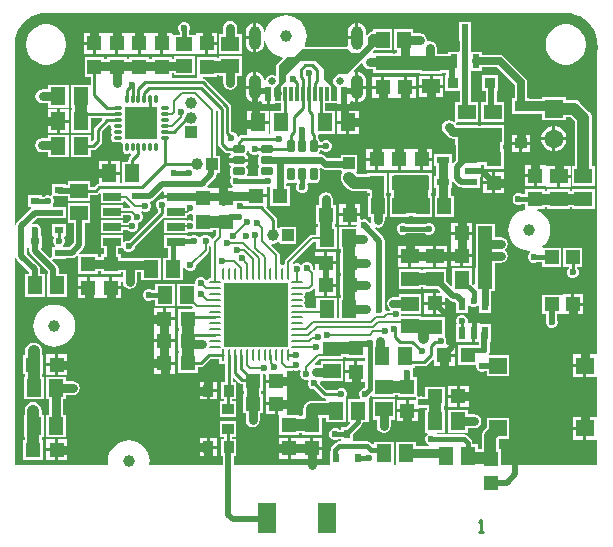
<source format=gtl>
G04*
G04 #@! TF.GenerationSoftware,Altium Limited,Altium Designer,22.10.1 (41)*
G04*
G04 Layer_Physical_Order=1*
G04 Layer_Color=255*
%FSLAX44Y44*%
%MOMM*%
G71*
G04*
G04 #@! TF.SameCoordinates,6FA54AF5-B1EA-40D0-AA23-297218595CE5*
G04*
G04*
G04 #@! TF.FilePolarity,Positive*
G04*
G01*
G75*
%ADD13C,0.2540*%
G04:AMPARAMS|DCode=20|XSize=0.2425mm|YSize=0.9853mm|CornerRadius=0.1212mm|HoleSize=0mm|Usage=FLASHONLY|Rotation=90.000|XOffset=0mm|YOffset=0mm|HoleType=Round|Shape=RoundedRectangle|*
%AMROUNDEDRECTD20*
21,1,0.2425,0.7428,0,0,90.0*
21,1,0.0000,0.9853,0,0,90.0*
1,1,0.2425,0.3714,0.0000*
1,1,0.2425,0.3714,0.0000*
1,1,0.2425,-0.3714,0.0000*
1,1,0.2425,-0.3714,0.0000*
%
%ADD20ROUNDEDRECTD20*%
G04:AMPARAMS|DCode=21|XSize=0.9853mm|YSize=0.2425mm|CornerRadius=0.1212mm|HoleSize=0mm|Usage=FLASHONLY|Rotation=90.000|XOffset=0mm|YOffset=0mm|HoleType=Round|Shape=RoundedRectangle|*
%AMROUNDEDRECTD21*
21,1,0.9853,0.0000,0,0,90.0*
21,1,0.7428,0.2425,0,0,90.0*
1,1,0.2425,0.0000,0.3714*
1,1,0.2425,0.0000,-0.3714*
1,1,0.2425,0.0000,-0.3714*
1,1,0.2425,0.0000,0.3714*
%
%ADD21ROUNDEDRECTD21*%
%ADD22R,0.2425X0.9853*%
%ADD23R,1.5000X0.6500*%
%ADD24R,1.2700X1.2700*%
%ADD25R,1.3000X1.5000*%
%ADD26R,1.4000X1.2000*%
%ADD27R,1.5000X1.3000*%
%ADD28R,0.8000X0.6000*%
%ADD29R,1.2700X1.2700*%
%ADD30R,1.5000X1.4000*%
%ADD31R,0.6000X1.1000*%
%ADD32R,0.9000X0.9500*%
%ADD33R,1.2000X1.4000*%
%ADD34R,0.6000X1.2000*%
G04:AMPARAMS|DCode=35|XSize=0.6mm|YSize=1.1mm|CornerRadius=0.15mm|HoleSize=0mm|Usage=FLASHONLY|Rotation=90.000|XOffset=0mm|YOffset=0mm|HoleType=Round|Shape=RoundedRectangle|*
%AMROUNDEDRECTD35*
21,1,0.6000,0.8000,0,0,90.0*
21,1,0.3000,1.1000,0,0,90.0*
1,1,0.3000,0.4000,0.1500*
1,1,0.3000,0.4000,-0.1500*
1,1,0.3000,-0.4000,-0.1500*
1,1,0.3000,-0.4000,0.1500*
%
%ADD35ROUNDEDRECTD35*%
G04:AMPARAMS|DCode=36|XSize=0.6mm|YSize=1.1mm|CornerRadius=0.15mm|HoleSize=0mm|Usage=FLASHONLY|Rotation=0.000|XOffset=0mm|YOffset=0mm|HoleType=Round|Shape=RoundedRectangle|*
%AMROUNDEDRECTD36*
21,1,0.6000,0.8000,0,0,0.0*
21,1,0.3000,1.1000,0,0,0.0*
1,1,0.3000,0.1500,-0.4000*
1,1,0.3000,-0.1500,-0.4000*
1,1,0.3000,-0.1500,0.4000*
1,1,0.3000,0.1500,0.4000*
%
%ADD36ROUNDEDRECTD36*%
%ADD37R,0.9000X1.0000*%
%ADD38R,1.0000X0.9000*%
%ADD39R,1.1000X0.6000*%
%ADD40R,1.5000X2.6000*%
%ADD41O,0.2800X0.7500*%
%ADD42O,0.7500X0.2800*%
%ADD43R,2.8000X2.8000*%
%ADD44R,0.3000X1.1500*%
%ADD45R,0.6000X1.1500*%
%ADD46R,1.0500X0.9500*%
%ADD47R,1.2000X1.2000*%
%ADD48R,0.6000X0.8000*%
%ADD49R,5.5000X5.5000*%
%ADD88C,0.5080*%
%ADD89C,0.7620*%
%ADD90C,1.0160*%
%ADD91C,0.2032*%
%ADD92C,0.3048*%
%ADD93C,0.6350*%
%ADD94C,0.5588*%
%ADD95C,0.8890*%
%ADD96C,0.3810*%
%ADD97R,1.2000X0.7000*%
%ADD98R,1.1976X2.9136*%
%ADD99R,1.0000X1.8000*%
%ADD100R,3.0000X3.2000*%
%ADD101R,1.0000X1.7733*%
%ADD102R,2.9863X2.8733*%
%ADD103R,1.8000X0.7000*%
%ADD104R,6.0000X1.2000*%
%ADD105R,1.0000X1.0000*%
%ADD106C,1.0000*%
%ADD107R,1.0000X1.0000*%
%ADD108C,0.6500*%
%ADD109O,1.0500X2.1000*%
%ADD110O,1.0000X2.0000*%
%ADD111C,1.6000*%
%ADD112R,1.6000X1.6000*%
%ADD113C,0.6000*%
%ADD114C,0.6600*%
G36*
X224170Y221325D02*
X228236Y220349D01*
X232100Y218748D01*
X235666Y216563D01*
X238847Y213847D01*
X241563Y210666D01*
X243748Y207100D01*
X245349Y203236D01*
X246325Y199170D01*
X246652Y195020D01*
X246633Y195000D01*
X246633D01*
X246890Y193712D01*
X247024Y193510D01*
X247619Y192381D01*
X246890Y191288D01*
X246633Y190000D01*
Y-66394D01*
X246140Y-67460D01*
X245363Y-67460D01*
X237370D01*
Y-77000D01*
Y-86540D01*
X245363D01*
X246140Y-86540D01*
X246633Y-87606D01*
Y-119394D01*
X246140Y-120460D01*
X245363Y-120460D01*
X237370D01*
Y-130000D01*
Y-139540D01*
X245363D01*
X246140Y-139540D01*
X246633Y-140606D01*
Y-161000D01*
X165381D01*
Y-147617D01*
X163173D01*
Y-139411D01*
X163553Y-139032D01*
X171972D01*
Y-120968D01*
X152908D01*
Y-129387D01*
X150928Y-131368D01*
X149788Y-132853D01*
X149071Y-134583D01*
X148827Y-136440D01*
Y-147556D01*
X146031D01*
Y-143469D01*
X141014D01*
Y-142000D01*
X140709Y-140464D01*
X139838Y-139162D01*
X136838Y-136162D01*
X135536Y-135291D01*
X134000Y-134986D01*
X110142D01*
X110012Y-134929D01*
X109928Y-134803D01*
X110609Y-133533D01*
X118031D01*
Y-114469D01*
X116548D01*
Y-111383D01*
X117381D01*
Y-94619D01*
X100617D01*
Y-103176D01*
X98948D01*
X98334Y-102922D01*
X96332D01*
X95651Y-103203D01*
X94381Y-102355D01*
Y-86617D01*
X90661D01*
Y-84896D01*
X91032Y-84001D01*
Y-81999D01*
X90266Y-80150D01*
X89919Y-79803D01*
X90445Y-78533D01*
X92031D01*
Y-77367D01*
X100000D01*
X101288Y-77110D01*
X102381Y-76381D01*
X106938Y-71824D01*
X108111Y-72310D01*
Y-76889D01*
X115731D01*
Y-67999D01*
X117001D01*
Y-66729D01*
X125891D01*
Y-59109D01*
X119533D01*
X118685Y-57839D01*
X119032Y-57001D01*
Y-54999D01*
X118266Y-53150D01*
X117383Y-52267D01*
Y-35619D01*
X100619D01*
Y-35928D01*
X97533D01*
Y-34969D01*
X81352D01*
X80934Y-34344D01*
Y-33033D01*
X97533D01*
Y-15969D01*
X78469D01*
Y-19192D01*
X74001D01*
X71969Y-19596D01*
X70247Y-20747D01*
X69096Y-22469D01*
X68692Y-24501D01*
X69096Y-26532D01*
X70247Y-28255D01*
X71310Y-28965D01*
X70924Y-30235D01*
X68657D01*
X68302Y-30306D01*
X67032Y-29352D01*
Y-28935D01*
X66662Y-28041D01*
Y29000D01*
X66307Y30784D01*
X65296Y32296D01*
X58185Y39407D01*
X58428Y39902D01*
X58934Y40455D01*
X61000Y40044D01*
X63280Y40497D01*
X65212Y41788D01*
X66503Y43721D01*
X66957Y46000D01*
Y48968D01*
X69032D01*
Y67032D01*
X68072D01*
Y69617D01*
X68383D01*
Y86381D01*
X51619D01*
Y85173D01*
X43722D01*
X42507Y86388D01*
X43033Y87658D01*
X43592D01*
Y101722D01*
X29528D01*
Y98920D01*
X18038D01*
X16479Y100479D01*
X14883Y101546D01*
X13000Y101920D01*
X11718D01*
X11039Y103190D01*
X11327Y103622D01*
X11601Y105000D01*
Y105633D01*
X13250D01*
X14150Y104734D01*
X15999Y103968D01*
X18001D01*
X19850Y104734D01*
X21266Y106150D01*
X22032Y107999D01*
Y110001D01*
X21266Y111850D01*
X19850Y113266D01*
X18001Y114032D01*
X15999D01*
X14150Y113266D01*
X13250Y112367D01*
X11601D01*
Y113000D01*
X11327Y114378D01*
X10546Y115546D01*
X10367Y115667D01*
Y118000D01*
X10328Y118197D01*
X11370Y119467D01*
X25031D01*
Y138531D01*
X15865D01*
Y145372D01*
X26458D01*
Y144864D01*
X30728D01*
Y153154D01*
X33268D01*
Y144864D01*
X37538D01*
Y146579D01*
X38808Y147205D01*
X39271Y146849D01*
X41166Y146065D01*
X41930Y145964D01*
Y158904D01*
Y171844D01*
X41515Y171789D01*
X40856Y172882D01*
X40847Y172917D01*
X46945Y179015D01*
X48323Y178597D01*
X48498Y177720D01*
X49789Y175787D01*
X51721Y174496D01*
X54001Y174043D01*
X56617D01*
Y170619D01*
X73381D01*
Y170928D01*
X75617D01*
Y170619D01*
X92381D01*
Y170928D01*
X96469D01*
Y169967D01*
X115533D01*
Y170928D01*
X118928D01*
Y168782D01*
X117968D01*
Y155218D01*
X130298D01*
Y146033D01*
X126467D01*
X126467Y129914D01*
Y129844D01*
D01*
X126467Y129753D01*
X126271Y129668D01*
X125212Y129212D01*
X123279Y130503D01*
X121000Y130956D01*
X118721Y130503D01*
X116788Y129212D01*
X115497Y127279D01*
X115044Y125000D01*
X115497Y122721D01*
X116788Y120788D01*
X120597Y116979D01*
X122530Y115688D01*
X124809Y115234D01*
X126467D01*
Y109969D01*
X126928D01*
Y96486D01*
X124802Y94360D01*
X124388Y94405D01*
X123532Y94794D01*
Y102532D01*
X108468D01*
Y92468D01*
X110543D01*
Y83532D01*
X108468D01*
Y73468D01*
X110543D01*
Y67032D01*
X108968D01*
Y48968D01*
X125032D01*
Y67032D01*
X122456D01*
Y73468D01*
X123532D01*
Y78172D01*
X124388Y78560D01*
X124802Y78606D01*
X127744Y75664D01*
X129256Y74653D01*
X131040Y74298D01*
X132468D01*
Y73468D01*
X147532D01*
Y82460D01*
X148040D01*
Y86730D01*
X140000D01*
Y89270D01*
X148040D01*
Y93195D01*
X150617D01*
Y89619D01*
X167381D01*
Y106383D01*
X167072D01*
Y109967D01*
X167533D01*
Y127031D01*
X148469D01*
Y126072D01*
X145531D01*
Y127033D01*
X133885D01*
X133309Y127147D01*
X127833D01*
X127416Y127699D01*
X128049Y128969D01*
X145531D01*
Y146033D01*
X139622D01*
Y172968D01*
X149032D01*
Y175691D01*
X161801D01*
X176691Y160801D01*
Y149532D01*
X174718D01*
Y135968D01*
X189282D01*
Y136416D01*
X199968D01*
Y130668D01*
X220032D01*
Y133527D01*
X224329D01*
X227827Y130028D01*
Y92031D01*
X225469D01*
Y74967D01*
X244533D01*
Y92031D01*
X242174D01*
Y132999D01*
X241930Y134856D01*
X241213Y136586D01*
X240073Y138071D01*
X232372Y145772D01*
X230887Y146912D01*
X229157Y147629D01*
X227300Y147873D01*
X220032D01*
Y150732D01*
X199968D01*
Y149072D01*
X189282D01*
Y149532D01*
X187309D01*
Y163000D01*
X187309Y163000D01*
X186905Y165032D01*
X185754Y166754D01*
X185754Y166754D01*
X167754Y184754D01*
X166032Y185905D01*
X164000Y186309D01*
X164000Y186309D01*
X149032D01*
Y189032D01*
X139622D01*
Y205540D01*
X139532Y205990D01*
Y214032D01*
X129468D01*
Y197968D01*
X130298D01*
Y190192D01*
X130032Y189032D01*
X119968D01*
Y187072D01*
X110956D01*
Y192000D01*
X110503Y194279D01*
X109212Y196212D01*
X107279Y197503D01*
X105000Y197956D01*
X103586Y197675D01*
X102465Y198494D01*
X102427Y198641D01*
X102002Y200781D01*
X100711Y202713D01*
X98778Y204004D01*
X96499Y204458D01*
X91032D01*
Y208032D01*
X74968D01*
Y189968D01*
X77543D01*
Y187383D01*
X75617D01*
Y187072D01*
X73381D01*
Y187383D01*
X57109D01*
X56558Y188629D01*
X57898Y189968D01*
X73032D01*
Y208032D01*
X56968D01*
Y206836D01*
X56000Y206072D01*
X55207Y205914D01*
X54535Y205465D01*
X54535Y205465D01*
X52073Y203003D01*
X50803Y203529D01*
Y205704D01*
X50544Y207672D01*
X49784Y209507D01*
X48576Y211082D01*
X47000Y212290D01*
X45166Y213050D01*
X44468Y213142D01*
Y200704D01*
X43198D01*
Y199434D01*
X35593D01*
Y195704D01*
X35772Y194342D01*
X34975Y193206D01*
X34752Y193072D01*
X-505D01*
X-1158Y194161D01*
X-599Y195206D01*
X411Y198537D01*
X752Y202000D01*
X411Y205463D01*
X-599Y208794D01*
X-2239Y211863D01*
X-4447Y214553D01*
X-7137Y216761D01*
X-10206Y218401D01*
X-13537Y219411D01*
X-17000Y219753D01*
X-20463Y219411D01*
X-23794Y218401D01*
X-26863Y216761D01*
X-29553Y214553D01*
X-31761Y211863D01*
X-33401Y208794D01*
X-34334Y205720D01*
X-35597Y205704D01*
X-35856Y207672D01*
X-36616Y209507D01*
X-37824Y211082D01*
X-39399Y212290D01*
X-41234Y213050D01*
X-41932Y213142D01*
Y200704D01*
X-43202D01*
D01*
X-41932D01*
Y188266D01*
X-41234Y188358D01*
X-39399Y189118D01*
X-37824Y190326D01*
X-36616Y191901D01*
X-35856Y193736D01*
X-35597Y195704D01*
Y198070D01*
X-34327Y198258D01*
X-33401Y195206D01*
X-31761Y192137D01*
X-29553Y189447D01*
X-26863Y187239D01*
X-23794Y185599D01*
X-20463Y184589D01*
X-20010Y184544D01*
X-19582Y183348D01*
X-24465Y178465D01*
X-24914Y177793D01*
X-25072Y177000D01*
X-25072Y177000D01*
Y169203D01*
X-26342Y168561D01*
X-27851Y169186D01*
X-29953D01*
X-31894Y168382D01*
X-33380Y166896D01*
X-34184Y164955D01*
X-35451Y164962D01*
X-35612Y166188D01*
X-36398Y168083D01*
X-37646Y169710D01*
X-39273Y170959D01*
X-41168Y171744D01*
X-41932Y171844D01*
Y158904D01*
Y145964D01*
X-41168Y146065D01*
X-39273Y146849D01*
X-38812Y147204D01*
X-37542Y146577D01*
Y144864D01*
X-33272D01*
Y153154D01*
X-30732D01*
Y144864D01*
X-26462D01*
Y145372D01*
X-20869D01*
Y138533D01*
X-30031D01*
Y120142D01*
X-30756Y119531D01*
X-30764Y119532D01*
X-31313Y119801D01*
X-31459Y119916D01*
Y127731D01*
X-40499D01*
X-49539D01*
Y119637D01*
X-49539Y118961D01*
X-50563Y118367D01*
X-54000D01*
X-55288Y118110D01*
X-56381Y117381D01*
X-56795Y116966D01*
X-58140Y117417D01*
X-58734Y118850D01*
X-60150Y120266D01*
X-61999Y121032D01*
X-62334D01*
X-63061Y121759D01*
Y141894D01*
X-63318Y143182D01*
X-64047Y144274D01*
X-85154Y165381D01*
X-86246Y166110D01*
X-87534Y166367D01*
X-87487Y167617D01*
X-75617D01*
Y169076D01*
X-73531D01*
Y167967D01*
X-69956D01*
Y162749D01*
X-69502Y160470D01*
X-68211Y158538D01*
X-66279Y157246D01*
X-63999Y156793D01*
X-61720Y157246D01*
X-59787Y158538D01*
X-58496Y160470D01*
X-58043Y162749D01*
Y167967D01*
X-54467D01*
Y185031D01*
X-73531D01*
Y183423D01*
X-75617D01*
Y184381D01*
X-92381D01*
Y167637D01*
X-92381Y167617D01*
X-92428Y166367D01*
X-113570D01*
X-113617Y167617D01*
X-113617D01*
Y170543D01*
X-112032D01*
Y168968D01*
X-93968D01*
Y185032D01*
X-112032D01*
Y182456D01*
X-113617D01*
Y184381D01*
X-130381D01*
Y182456D01*
X-132617D01*
Y184381D01*
X-149381D01*
Y182456D01*
X-151617D01*
Y184381D01*
X-168381D01*
Y182456D01*
X-170617D01*
Y184381D01*
X-187381D01*
Y167617D01*
X-182366D01*
Y160533D01*
X-199031D01*
Y141469D01*
X-197673D01*
Y139533D01*
X-199031D01*
Y120469D01*
X-181967D01*
Y132633D01*
X-172787D01*
X-172301Y131460D01*
X-178381Y125381D01*
X-179110Y124288D01*
X-179367Y123000D01*
Y114395D01*
X-180697Y113064D01*
X-181967Y113590D01*
Y118533D01*
X-199031D01*
Y99469D01*
X-181967D01*
Y105634D01*
X-179999D01*
X-178711Y105890D01*
X-177619Y106620D01*
X-173619Y110619D01*
X-172890Y111712D01*
X-172633Y113000D01*
X-172633Y113000D01*
Y121606D01*
X-167313Y126926D01*
X-166345Y126877D01*
X-165349Y126000D01*
X-165083Y124661D01*
X-164324Y123526D01*
Y123474D01*
X-165083Y122339D01*
X-165349Y121000D01*
X-165083Y119661D01*
X-164324Y118526D01*
Y118474D01*
X-165083Y117339D01*
X-165349Y116000D01*
X-165083Y114661D01*
X-164324Y113526D01*
X-163189Y112767D01*
X-161850Y112501D01*
X-157150D01*
X-157060Y112519D01*
X-155790Y111960D01*
X-155231Y110690D01*
X-155249Y110600D01*
Y105900D01*
X-154983Y104561D01*
X-154224Y103426D01*
X-153089Y102667D01*
X-151750Y102401D01*
X-150411Y102667D01*
X-149276Y103426D01*
X-149224D01*
X-148089Y102667D01*
X-147923Y102634D01*
X-147505Y101256D01*
X-149381Y99381D01*
X-150110Y98288D01*
X-150367Y97000D01*
Y95531D01*
X-156033D01*
Y77367D01*
X-157461D01*
Y84729D01*
X-175541D01*
Y77259D01*
X-176288Y77110D01*
X-177381Y76381D01*
X-179394Y74367D01*
X-182468D01*
Y79532D01*
X-201532D01*
Y76021D01*
X-203203D01*
Y76751D01*
X-215267D01*
Y67851D01*
X-216537Y67003D01*
X-217194Y67275D01*
X-219196D01*
X-221045Y66509D01*
X-221321Y66233D01*
X-223403D01*
Y67251D01*
X-235467D01*
Y57187D01*
X-233109D01*
X-232721Y56331D01*
X-232675Y55917D01*
X-244296Y44296D01*
X-245307Y42784D01*
X-245366Y42488D01*
X-246633Y42625D01*
Y193739D01*
X-246633Y193746D01*
X-246633Y195000D01*
X-246556Y196238D01*
X-246325Y199170D01*
X-245349Y203236D01*
X-243748Y207100D01*
X-241563Y210666D01*
X-238847Y213847D01*
X-235666Y216563D01*
X-232100Y218748D01*
X-228236Y220349D01*
X-224170Y221325D01*
X-220072Y221647D01*
X-220000Y221633D01*
X220000D01*
X220072Y221647D01*
X224170Y221325D01*
D02*
G37*
G36*
X64000Y194000D02*
X63000Y193000D01*
X58000D01*
X35000Y170000D01*
X27000D01*
X23000Y166000D01*
X23000Y162000D01*
X26000Y159000D01*
Y158000D01*
X21000D01*
Y160000D01*
X15000Y166000D01*
Y174000D01*
X8000Y181000D01*
X-5000D01*
X-17000Y169000D01*
Y164000D01*
X-21000Y160000D01*
Y156156D01*
X-27000Y150156D01*
X-27000Y158000D01*
X-23000Y162000D01*
Y177000D01*
X-16000Y184000D01*
X-10000D01*
X-3000Y191000D01*
X36000D01*
X39000Y188000D01*
X46000D01*
X53000Y195000D01*
Y201000D01*
X56000Y204000D01*
X64000D01*
Y194000D01*
D02*
G37*
G36*
X-74367Y138605D02*
Y111000D01*
X-74110Y109712D01*
X-73381Y108619D01*
X-68881Y104119D01*
X-67788Y103390D01*
X-66500Y103133D01*
X-64522D01*
X-63737Y101973D01*
X-64024Y101245D01*
X-64806Y100076D01*
X-65119Y98500D01*
Y98270D01*
X-57000D01*
X-48881D01*
Y98500D01*
X-49194Y100076D01*
X-49976Y101245D01*
X-50454Y102454D01*
X-49673Y103622D01*
X-49496Y104509D01*
X-48176Y104639D01*
X-47766Y103650D01*
X-46350Y102234D01*
X-44501Y101468D01*
X-42499D01*
X-40650Y102234D01*
X-40282Y102058D01*
X-40183Y101922D01*
X-39907Y100507D01*
X-40327Y99878D01*
X-40601Y98500D01*
Y95500D01*
X-40327Y94122D01*
X-39546Y92954D01*
X-39444Y92885D01*
Y91615D01*
X-39546Y91546D01*
X-40327Y90378D01*
X-40601Y89000D01*
Y86000D01*
X-40345Y84710D01*
X-40350Y84586D01*
X-41065Y83440D01*
X-48936D01*
X-49650Y84586D01*
X-49655Y84710D01*
X-49399Y86000D01*
Y89000D01*
X-49673Y90378D01*
X-50454Y91546D01*
X-49976Y92754D01*
X-49194Y93924D01*
X-48881Y95500D01*
Y95730D01*
X-57000D01*
X-65119D01*
Y95500D01*
X-64806Y93924D01*
X-64024Y92754D01*
X-63546Y91546D01*
X-64327Y90378D01*
X-64601Y89000D01*
Y86000D01*
X-64327Y84622D01*
X-63546Y83454D01*
X-63375Y83339D01*
X-63266Y82233D01*
X-64032Y80384D01*
Y78382D01*
X-63266Y76532D01*
X-61893Y75159D01*
X-61903Y74934D01*
X-62205Y73889D01*
X-66729D01*
Y64999D01*
X-69269D01*
Y73889D01*
X-76889D01*
Y73889D01*
X-78109D01*
Y73889D01*
X-82859D01*
X-83345Y75062D01*
X-76704Y81704D01*
X-75693Y83216D01*
X-75338Y85000D01*
Y86368D01*
X-72608D01*
Y100432D01*
X-76532D01*
Y138975D01*
X-75262Y139501D01*
X-74367Y138605D01*
D02*
G37*
G36*
X14117Y89454D02*
X16000Y89080D01*
X29528D01*
Y87658D01*
X30190D01*
X30817Y86388D01*
X30348Y85777D01*
X29631Y84047D01*
X29387Y82190D01*
X29631Y80333D01*
X30348Y78603D01*
X31488Y77118D01*
X35679Y72927D01*
X37164Y71787D01*
X38894Y71070D01*
X40751Y70826D01*
X51619D01*
Y69617D01*
X53928D01*
Y67032D01*
X52968D01*
Y48968D01*
X55044D01*
Y46000D01*
X55375Y44334D01*
X54310Y43535D01*
X53600Y44044D01*
X53266Y44850D01*
X51850Y46266D01*
X50001Y47032D01*
X47999D01*
X47159Y46684D01*
X45889Y47533D01*
Y49729D01*
X38269D01*
Y42109D01*
X43517D01*
X43601Y41801D01*
X42629Y40531D01*
X27967D01*
Y21467D01*
X29327D01*
Y18383D01*
X28619D01*
Y1619D01*
X29327D01*
Y-617D01*
X28619D01*
Y-17381D01*
X29327D01*
Y-19467D01*
X27969D01*
Y-36764D01*
X26033D01*
Y-19467D01*
X8969D01*
Y-28026D01*
X-103D01*
X-968Y-26756D01*
X-844Y-26134D01*
X-1096Y-24868D01*
X-1813Y-23795D01*
Y-23473D01*
X-1096Y-22400D01*
X-844Y-21134D01*
X-1096Y-19868D01*
X-1813Y-18795D01*
Y-18473D01*
X-1096Y-17400D01*
X-844Y-16134D01*
X-968Y-15512D01*
X-103Y-14242D01*
X2866D01*
X4055Y-14005D01*
X5063Y-13332D01*
X6841Y-11554D01*
X8111Y-12059D01*
Y-17889D01*
X15731D01*
Y-8999D01*
X17001D01*
Y-7729D01*
X25891D01*
Y-159D01*
X25891Y-109D01*
Y1111D01*
X25891Y1161D01*
Y8731D01*
X8111D01*
Y4505D01*
X6841Y4001D01*
X5976Y4865D01*
X6032Y4999D01*
Y7001D01*
X5266Y8850D01*
X3850Y10266D01*
X2001Y11032D01*
X-1D01*
X-1850Y10266D01*
X-3266Y8850D01*
X-3337Y8678D01*
X-4583Y8431D01*
X-5015Y8863D01*
X-6865Y9629D01*
X-8867D01*
X-9660Y9301D01*
X-11109Y10075D01*
X-11179Y10426D01*
X6286Y27891D01*
X8967D01*
Y21467D01*
X26031D01*
Y40531D01*
X24423D01*
Y42617D01*
X25381D01*
Y59381D01*
X22955D01*
Y63998D01*
X22501Y66278D01*
X21210Y68210D01*
X19278Y69501D01*
X16998Y69955D01*
X14719Y69501D01*
X12787Y68210D01*
X11495Y66278D01*
X11042Y63998D01*
Y59381D01*
X8617D01*
Y42617D01*
X10076D01*
Y40531D01*
X8967D01*
Y34107D01*
X4999D01*
X3810Y33870D01*
X2802Y33197D01*
X-17198Y13197D01*
X-17871Y12189D01*
X-18108Y11000D01*
Y8763D01*
X-19378Y7898D01*
X-20000Y8022D01*
X-20622Y7898D01*
X-21892Y8763D01*
Y16505D01*
X-22129Y17694D01*
X-22803Y18703D01*
X-29361Y25261D01*
X-28703Y26400D01*
X-28586Y26368D01*
X-26734D01*
X-24946Y26847D01*
X-23462Y27704D01*
X-22558Y27448D01*
X-22192Y27297D01*
Y26368D01*
X-8128D01*
Y40432D01*
X-22192D01*
Y39790D01*
X-23379Y39303D01*
X-24293Y39935D01*
Y46660D01*
X-24550Y47948D01*
X-25279Y49041D01*
X-33472Y57234D01*
X-33109Y58111D01*
X-33109D01*
Y65731D01*
X-41999D01*
Y68271D01*
X-33109D01*
Y74364D01*
X-33001Y74436D01*
X-30999D01*
X-30381Y74023D01*
Y58619D01*
X-13617D01*
Y75383D01*
X-17079D01*
Y77282D01*
X-15810Y77961D01*
X-15378Y77673D01*
X-14000Y77399D01*
X-11000D01*
X-9622Y77673D01*
X-8454Y78454D01*
X-8091Y78463D01*
X-7701Y78081D01*
X-7266Y76850D01*
X-8032Y75001D01*
Y72999D01*
X-7266Y71150D01*
X-5850Y69734D01*
X-4001Y68968D01*
X-1999D01*
X-150Y69734D01*
X1266Y71150D01*
X2032Y72999D01*
Y75001D01*
X1266Y76850D01*
X1026Y77091D01*
X1030Y77278D01*
X2273Y78458D01*
X2454Y78454D01*
X3622Y77673D01*
X5000Y77399D01*
X8000D01*
X9378Y77673D01*
X10546Y78454D01*
X11327Y79622D01*
X11601Y81000D01*
Y89000D01*
X11441Y89804D01*
X12311Y90381D01*
X12605Y90464D01*
X14117Y89454D01*
D02*
G37*
G36*
X-120348Y70263D02*
Y67370D01*
X-110308D01*
Y64830D01*
X-120348D01*
Y64818D01*
X-121092Y64321D01*
X-123094D01*
X-124943Y63555D01*
X-126359Y62139D01*
X-127125Y60290D01*
Y58288D01*
X-126359Y56439D01*
X-125459Y55539D01*
Y53302D01*
X-149729Y29032D01*
X-151001D01*
X-152850Y28266D01*
X-153506Y27610D01*
X-154776Y28136D01*
Y33282D01*
X-173840D01*
Y22718D01*
X-170765D01*
Y17383D01*
X-173691D01*
Y14957D01*
X-175927D01*
Y17383D01*
X-191229D01*
X-191755Y18653D01*
X-188704Y21704D01*
X-187693Y23216D01*
X-187338Y25000D01*
Y43468D01*
X-182468D01*
Y60532D01*
X-201532D01*
Y43468D01*
X-196662D01*
Y26931D01*
X-200212Y23380D01*
X-203203D01*
Y23751D01*
X-205457D01*
X-205863Y25021D01*
X-204734Y26150D01*
X-203968Y27999D01*
Y30001D01*
X-204555Y31417D01*
X-203911Y32687D01*
X-203203D01*
Y42751D01*
X-215267D01*
Y32687D01*
X-214089D01*
X-213445Y31417D01*
X-214032Y30001D01*
Y27999D01*
X-213266Y26150D01*
X-212137Y25021D01*
X-212543Y23751D01*
X-215267D01*
Y14655D01*
X-216537Y14129D01*
X-224324Y21917D01*
X-223799Y23187D01*
X-223403D01*
Y33251D01*
X-224515D01*
Y35680D01*
X-223968Y36999D01*
Y39001D01*
X-224734Y40850D01*
X-226150Y42266D01*
X-227999Y43032D01*
X-230001D01*
X-230989Y42623D01*
X-231708Y43699D01*
X-227350Y48057D01*
X-215267D01*
Y47687D01*
X-203203D01*
Y57751D01*
X-213775D01*
X-214301Y59021D01*
X-213929Y59392D01*
X-213163Y61242D01*
Y63244D01*
X-213929Y65093D01*
X-214253Y65417D01*
X-213727Y66687D01*
X-203203D01*
Y66698D01*
X-201532D01*
Y62468D01*
X-182468D01*
Y67633D01*
X-178000D01*
X-176712Y67890D01*
X-175619Y68619D01*
X-175014Y69225D01*
X-173840Y68739D01*
Y60818D01*
X-154776D01*
Y62032D01*
X-153506Y62558D01*
X-148629Y57681D01*
X-149115Y56508D01*
X-154776D01*
Y58682D01*
X-173840D01*
Y48118D01*
X-154776D01*
Y50292D01*
X-148687D01*
X-148032Y49637D01*
Y47999D01*
X-147743Y47302D01*
X-148001Y46032D01*
X-149850Y45266D01*
X-151009Y44108D01*
X-154776D01*
Y45982D01*
X-173840D01*
Y35418D01*
X-154776D01*
Y37892D01*
X-151009D01*
X-149850Y36734D01*
X-148001Y35968D01*
X-145999D01*
X-144150Y36734D01*
X-142734Y38150D01*
X-141968Y39999D01*
Y42001D01*
X-142257Y42698D01*
X-141999Y43968D01*
X-140150Y44734D01*
X-138734Y46150D01*
X-137968Y47999D01*
Y50001D01*
X-138734Y51850D01*
X-139699Y52816D01*
X-138850Y53734D01*
X-137001Y52968D01*
X-134999D01*
X-133150Y53734D01*
X-131734Y55150D01*
X-130968Y56999D01*
Y59001D01*
X-131734Y60850D01*
X-131966Y61083D01*
X-131972Y61300D01*
X-131521Y62434D01*
X-130216Y62693D01*
X-128704Y63704D01*
X-121618Y70789D01*
X-120348Y70263D01*
D02*
G37*
G36*
X-95381Y50633D02*
Y46579D01*
X-96651Y45730D01*
X-97380Y46032D01*
X-99382D01*
X-100289Y45656D01*
X-100776Y45982D01*
Y45982D01*
X-119840D01*
Y35418D01*
X-100776D01*
Y35418D01*
X-99734Y36114D01*
X-99382Y35968D01*
X-97380D01*
X-96597Y36292D01*
X-95381Y36617D01*
X-95381Y36617D01*
X-95381Y36617D01*
X-78617D01*
Y37826D01*
X-76381D01*
Y36617D01*
X-76107D01*
Y33288D01*
X-78828Y30567D01*
X-80270Y30793D01*
X-80308Y30822D01*
X-80734Y31850D01*
X-82150Y33266D01*
X-83999Y34032D01*
X-86001D01*
X-87850Y33266D01*
X-89266Y31850D01*
X-89365Y31611D01*
X-90635D01*
X-90734Y31850D01*
X-92150Y33266D01*
X-93999Y34032D01*
X-96001D01*
X-97850Y33266D01*
X-98521Y32595D01*
X-100776D01*
Y33282D01*
X-119840D01*
Y22718D01*
X-116513D01*
Y14533D01*
X-121031D01*
Y-4531D01*
X-103967D01*
Y5890D01*
X-102697Y6143D01*
X-102266Y5102D01*
X-100850Y3686D01*
X-99001Y2920D01*
X-96999D01*
X-95150Y3686D01*
X-93734Y5102D01*
X-92968Y6951D01*
Y8637D01*
X-82802Y18802D01*
X-82129Y19811D01*
X-81892Y21000D01*
Y24155D01*
X-81512Y24411D01*
X-80242Y23735D01*
Y-2826D01*
X-80848D01*
X-82114Y-3078D01*
X-83187Y-3795D01*
X-83384Y-4090D01*
X-84340Y-4132D01*
X-84865Y-4019D01*
X-86150Y-2734D01*
X-87999Y-1968D01*
X-90001D01*
X-91850Y-2734D01*
X-93266Y-4150D01*
X-94032Y-5999D01*
Y-7467D01*
X-109031D01*
Y-26531D01*
X-96390D01*
X-95604Y-27487D01*
X-96072Y-28617D01*
X-108381D01*
Y-45381D01*
X-107173D01*
Y-47617D01*
X-108381D01*
Y-64381D01*
X-107173D01*
Y-66617D01*
X-108381D01*
Y-83381D01*
X-91617D01*
Y-78366D01*
X-88999D01*
X-87711Y-78110D01*
X-86619Y-77380D01*
X-80874Y-71635D01*
X-73244D01*
Y-75227D01*
X-68367D01*
Y-90968D01*
X-72032D01*
Y-105032D01*
X-69117D01*
Y-106968D01*
X-73032D01*
Y-120032D01*
X-58968D01*
Y-106968D01*
X-62383D01*
Y-105032D01*
X-58968D01*
Y-90968D01*
X-61633D01*
Y-87787D01*
X-60460Y-87301D01*
X-56380Y-91381D01*
X-55287Y-92111D01*
X-53999Y-92367D01*
X-53383D01*
Y-98383D01*
X-52174D01*
Y-100619D01*
X-53383D01*
Y-117383D01*
X-50957D01*
Y-123001D01*
X-50504Y-125280D01*
X-49213Y-127213D01*
X-47280Y-128504D01*
X-45001Y-128957D01*
X-42721Y-128504D01*
X-40789Y-127213D01*
X-39498Y-125280D01*
X-39044Y-123001D01*
Y-117383D01*
X-36619D01*
Y-100619D01*
X-37827D01*
Y-98383D01*
X-36619D01*
Y-83611D01*
X-34939D01*
X-33891Y-84549D01*
Y-88731D01*
X-25001D01*
X-16111D01*
X-16111Y-81111D01*
X-14842Y-81108D01*
X-11042D01*
X-10607Y-81021D01*
X-9441Y-81504D01*
X-7439D01*
X-5590Y-80738D01*
X-5207Y-80355D01*
X-4266Y-81150D01*
X-5032Y-82999D01*
Y-85001D01*
X-4266Y-86850D01*
X-2850Y-88266D01*
X-1001Y-89032D01*
X1001D01*
X1493Y-88828D01*
X2465Y-89800D01*
X1968Y-90999D01*
Y-93001D01*
X2734Y-94850D01*
X4150Y-96266D01*
X5999Y-97032D01*
X7271D01*
X13619Y-103381D01*
X14712Y-104110D01*
X16000Y-104367D01*
X16560D01*
X16969Y-105467D01*
X16969D01*
Y-106827D01*
X5000D01*
X3143Y-107071D01*
X1413Y-107788D01*
X-72Y-108928D01*
X-1212Y-110413D01*
X-1929Y-112143D01*
X-2173Y-114000D01*
Y-118617D01*
X-3383D01*
Y-119826D01*
X-5619D01*
Y-118617D01*
X-15142D01*
X-16111Y-117891D01*
X-16111Y-117347D01*
Y-110271D01*
X-23731D01*
Y-117891D01*
X-23352D01*
X-22383Y-118617D01*
X-22383Y-119161D01*
Y-135381D01*
X-5619D01*
Y-134173D01*
X-3383D01*
Y-135381D01*
X13381D01*
Y-121173D01*
X16969D01*
Y-124531D01*
X34033D01*
Y-105467D01*
X34033Y-105467D01*
X34033D01*
X33919Y-104197D01*
X34266Y-103850D01*
X35032Y-102001D01*
Y-99999D01*
X34266Y-98150D01*
X32850Y-96734D01*
X31001Y-95968D01*
X28999D01*
X27150Y-96734D01*
X26250Y-97633D01*
X17395D01*
X12032Y-92271D01*
Y-91121D01*
X12113Y-90919D01*
X13006Y-90031D01*
X31531D01*
Y-72967D01*
X12467D01*
Y-75981D01*
X8598D01*
X8114Y-76077D01*
X7489Y-74906D01*
X11304Y-71091D01*
X16515D01*
X16816Y-71031D01*
X31531D01*
Y-69423D01*
X33617D01*
Y-70381D01*
X49986D01*
Y-73109D01*
X43269D01*
Y-81999D01*
Y-90889D01*
X49986D01*
Y-95337D01*
X49355Y-95968D01*
X48999D01*
X47150Y-96734D01*
X45734Y-98150D01*
X44968Y-99999D01*
Y-102001D01*
X45734Y-103850D01*
X46081Y-104197D01*
X45555Y-105467D01*
X35969D01*
Y-124531D01*
X37133D01*
X37619Y-125704D01*
X34355Y-128968D01*
X29968D01*
Y-130986D01*
X28102D01*
X27850Y-130734D01*
X26001Y-129968D01*
X23999D01*
X22150Y-130734D01*
X20734Y-132150D01*
X19968Y-133999D01*
Y-136001D01*
X20734Y-137850D01*
X22150Y-139266D01*
X23999Y-140032D01*
X26001D01*
X27850Y-139266D01*
X28102Y-139014D01*
X29968D01*
Y-140986D01*
X28000D01*
X26464Y-141291D01*
X25162Y-142162D01*
X22162Y-145162D01*
X21291Y-146464D01*
X20986Y-148000D01*
Y-149168D01*
X20468D01*
Y-161000D01*
X-61079D01*
Y-153032D01*
X-58968D01*
Y-138968D01*
X-62383D01*
Y-137032D01*
X-58968D01*
Y-123968D01*
X-73032D01*
Y-137032D01*
X-69117D01*
Y-138968D01*
X-72032D01*
Y-153032D01*
X-70402D01*
Y-161000D01*
X-131597D01*
X-132450Y-160059D01*
X-132247Y-158000D01*
X-132589Y-154537D01*
X-133599Y-151206D01*
X-135239Y-148137D01*
X-137447Y-145447D01*
X-140137Y-143239D01*
X-143206Y-141599D01*
X-146537Y-140589D01*
X-150000Y-140247D01*
X-153463Y-140589D01*
X-156794Y-141599D01*
X-159863Y-143239D01*
X-162553Y-145447D01*
X-164761Y-148137D01*
X-166401Y-151206D01*
X-167411Y-154537D01*
X-167752Y-158000D01*
X-167550Y-160059D01*
X-168403Y-161000D01*
X-246633D01*
Y14375D01*
X-245366Y14512D01*
X-245307Y14216D01*
X-244296Y12704D01*
X-234162Y2570D01*
Y531D01*
X-238033D01*
Y-18533D01*
X-220969D01*
Y531D01*
X-224839D01*
Y4501D01*
X-225194Y6285D01*
X-226205Y7797D01*
X-236338Y17931D01*
Y22278D01*
X-235467Y23187D01*
X-235366D01*
X-234096Y22468D01*
Y20435D01*
X-233741Y18651D01*
X-232731Y17138D01*
X-218662Y3069D01*
Y531D01*
X-219033D01*
Y-18533D01*
X-201969D01*
Y531D01*
X-209338D01*
Y5000D01*
X-209693Y6784D01*
X-210704Y8296D01*
X-214825Y12417D01*
X-214298Y13687D01*
X-203203D01*
Y14057D01*
X-198281D01*
X-196497Y14412D01*
X-194985Y15423D01*
X-193961Y16447D01*
X-192691Y15920D01*
Y619D01*
X-175927D01*
Y3044D01*
X-173691D01*
Y619D01*
X-156927D01*
Y2044D01*
X-155205D01*
Y-1974D01*
X-156419Y-2109D01*
X-156475Y-2109D01*
X-164039D01*
Y-9729D01*
X-156419D01*
Y-6407D01*
X-155149Y-6282D01*
X-154752Y-8279D01*
X-153461Y-10212D01*
X-151528Y-11503D01*
X-149249Y-11956D01*
X-146969Y-11503D01*
X-145037Y-10212D01*
X-143746Y-8279D01*
X-143292Y-6000D01*
Y2044D01*
X-140031D01*
Y-4531D01*
X-122967D01*
Y14533D01*
X-140031D01*
Y13957D01*
X-156927D01*
Y17383D01*
X-158852D01*
Y22718D01*
X-154916D01*
X-154266Y21150D01*
X-152850Y19734D01*
X-151001Y18968D01*
X-148999D01*
X-147150Y19734D01*
X-145734Y21150D01*
X-144968Y22999D01*
Y24271D01*
X-120746Y48493D01*
X-119840Y48118D01*
Y48118D01*
X-100776D01*
Y50295D01*
X-99599Y50529D01*
X-98590Y51203D01*
X-98589Y51203D01*
X-96764D01*
X-96437Y51339D01*
X-95381Y50633D01*
D02*
G37*
G36*
X56468Y-103059D02*
Y-103532D01*
X75532D01*
Y-102173D01*
X77617D01*
Y-103381D01*
X92993D01*
X93519Y-104651D01*
X93067Y-105103D01*
X92650Y-106109D01*
X87269D01*
Y-113729D01*
X94889D01*
Y-113531D01*
X95945Y-112825D01*
X96332Y-112985D01*
X98334D01*
X99508Y-112499D01*
X102202D01*
Y-114469D01*
X100967D01*
Y-133533D01*
X102731D01*
X103055Y-134462D01*
X103081Y-134803D01*
X101734Y-136150D01*
X100968Y-137999D01*
Y-140001D01*
X101734Y-141850D01*
X103150Y-143266D01*
X104375Y-143774D01*
X104122Y-145044D01*
X93532D01*
Y-141468D01*
X76468D01*
Y-160131D01*
X75500Y-160682D01*
X74532Y-160131D01*
Y-141468D01*
X57468D01*
Y-142995D01*
X56198Y-143521D01*
X54838Y-142162D01*
X53536Y-141291D01*
X52000Y-140986D01*
X40032D01*
Y-134645D01*
X46838Y-127838D01*
X47709Y-126536D01*
X48014Y-125000D01*
Y-124531D01*
X53033D01*
Y-105467D01*
X53660Y-104457D01*
X54266Y-103850D01*
X55032Y-102001D01*
X55198Y-101975D01*
X56468Y-103059D01*
D02*
G37*
%LPC*%
G36*
X-130889Y204889D02*
X-132109D01*
X-132159Y204889D01*
X-139729D01*
Y195999D01*
Y187109D01*
X-132159D01*
X-132109Y187109D01*
X-130889D01*
X-130839Y187109D01*
X-123269D01*
Y195999D01*
Y204889D01*
X-130839D01*
X-130889Y204889D01*
D02*
G37*
G36*
X-149889D02*
X-151109D01*
X-151159Y204889D01*
X-158729D01*
Y195999D01*
Y187109D01*
X-151159D01*
X-151109Y187109D01*
X-149889D01*
X-149839Y187109D01*
X-142269D01*
Y195999D01*
Y204889D01*
X-149839D01*
X-149889Y204889D01*
D02*
G37*
G36*
X-101999Y214032D02*
X-104001D01*
X-105850Y213266D01*
X-107266Y211850D01*
X-108032Y210001D01*
Y207999D01*
X-107266Y206150D01*
X-107014Y205898D01*
Y203032D01*
X-111839D01*
X-112032Y203032D01*
X-113109Y203497D01*
Y204889D01*
X-120729D01*
Y195999D01*
Y187109D01*
X-113243D01*
X-112032Y186968D01*
X-111898Y186968D01*
X-94101D01*
X-93968Y186968D01*
X-92757Y187109D01*
X-85269D01*
Y195999D01*
Y204889D01*
X-92889D01*
Y203494D01*
X-93968Y203032D01*
X-94159Y203032D01*
X-98986D01*
Y205898D01*
X-98734Y206150D01*
X-97968Y207999D01*
Y210001D01*
X-98734Y211850D01*
X-100150Y213266D01*
X-101999Y214032D01*
D02*
G37*
G36*
X41928Y213142D02*
X41230Y213050D01*
X39395Y212290D01*
X37820Y211082D01*
X36612Y209507D01*
X35852Y207672D01*
X35593Y205704D01*
Y201974D01*
X41928D01*
Y213142D01*
D02*
G37*
G36*
X-44472D02*
X-45170Y213050D01*
X-47004Y212290D01*
X-48580Y211082D01*
X-49788Y209507D01*
X-50548Y207672D01*
X-50807Y205704D01*
Y201974D01*
X-44472D01*
Y213142D01*
D02*
G37*
G36*
X-75109Y204889D02*
X-82729D01*
Y197269D01*
X-75109D01*
Y204889D01*
D02*
G37*
G36*
X-180269D02*
X-187889D01*
Y197269D01*
X-180269D01*
Y204889D01*
D02*
G37*
G36*
X-44472Y199434D02*
X-50807D01*
Y195704D01*
X-50548Y193736D01*
X-49788Y191901D01*
X-48580Y190326D01*
X-47004Y189118D01*
X-45170Y188358D01*
X-44472Y188266D01*
Y199434D01*
D02*
G37*
G36*
X-168889Y204889D02*
X-170109D01*
X-170159Y204889D01*
X-177729D01*
Y195999D01*
Y187109D01*
X-170159D01*
X-170109Y187109D01*
X-168889D01*
X-168839Y187109D01*
X-161269D01*
Y195999D01*
Y204889D01*
X-168839D01*
X-168889Y204889D01*
D02*
G37*
G36*
X-180269Y194729D02*
X-187889D01*
Y187109D01*
X-180269D01*
Y194729D01*
D02*
G37*
G36*
X-75109D02*
X-82729D01*
Y187109D01*
X-75109D01*
Y194729D01*
D02*
G37*
G36*
X-63999Y215205D02*
X-66279Y214752D01*
X-68211Y213461D01*
X-69502Y211528D01*
X-69956Y209249D01*
Y204031D01*
X-73531D01*
Y186967D01*
X-54467D01*
Y204031D01*
X-58043D01*
Y209249D01*
X-58496Y211528D01*
X-59787Y213461D01*
X-61720Y214752D01*
X-63999Y215205D01*
D02*
G37*
G36*
X221677Y212032D02*
X218323D01*
X215032Y211378D01*
X211932Y210094D01*
X209143Y208230D01*
X206770Y205857D01*
X204906Y203068D01*
X203622Y199968D01*
X202968Y196677D01*
Y193323D01*
X203622Y190032D01*
X204906Y186932D01*
X206770Y184143D01*
X209143Y181770D01*
X211932Y179906D01*
X215032Y178622D01*
X218323Y177968D01*
X221677D01*
X224968Y178622D01*
X228068Y179906D01*
X230857Y181770D01*
X233230Y184143D01*
X235094Y186932D01*
X236378Y190032D01*
X237032Y193323D01*
Y196677D01*
X236378Y199968D01*
X235094Y203068D01*
X233230Y205857D01*
X230857Y208230D01*
X228068Y210094D01*
X224968Y211378D01*
X221677Y212032D01*
D02*
G37*
G36*
X-218323D02*
X-221677D01*
X-224968Y211378D01*
X-228068Y210094D01*
X-230857Y208230D01*
X-233230Y205857D01*
X-235094Y203068D01*
X-236378Y199968D01*
X-237032Y196677D01*
Y193323D01*
X-236378Y190032D01*
X-235094Y186932D01*
X-233230Y184143D01*
X-230857Y181770D01*
X-228068Y179906D01*
X-224968Y178622D01*
X-221677Y177968D01*
X-218323D01*
X-215032Y178622D01*
X-211932Y179906D01*
X-209143Y181770D01*
X-206770Y184143D01*
X-204906Y186932D01*
X-203622Y190032D01*
X-202968Y193323D01*
Y196677D01*
X-203622Y199968D01*
X-204906Y203068D01*
X-206770Y205857D01*
X-209143Y208230D01*
X-211932Y210094D01*
X-215032Y211378D01*
X-218323Y212032D01*
D02*
G37*
G36*
X116041Y168539D02*
X107271D01*
Y160769D01*
X116041D01*
Y168539D01*
D02*
G37*
G36*
X104731D02*
X95961D01*
Y160769D01*
X104731D01*
Y168539D01*
D02*
G37*
G36*
X85269Y167891D02*
Y160271D01*
X92889D01*
Y167891D01*
X85269D01*
D02*
G37*
G36*
X63729D02*
X56109D01*
Y160271D01*
X63729D01*
Y167891D01*
D02*
G37*
G36*
X44470Y171844D02*
Y160174D01*
X51057D01*
Y164154D01*
X50789Y166188D01*
X50005Y168083D01*
X48756Y169710D01*
X47129Y170959D01*
X45234Y171744D01*
X44470Y171844D01*
D02*
G37*
G36*
X-44472D02*
X-45236Y171744D01*
X-47131Y170959D01*
X-48758Y169710D01*
X-50006Y168083D01*
X-50792Y166188D01*
X-51059Y164154D01*
Y160174D01*
X-44472D01*
Y171844D01*
D02*
G37*
G36*
X116041Y158229D02*
X107271D01*
Y150459D01*
X116041D01*
Y158229D01*
D02*
G37*
G36*
X104731D02*
X95961D01*
Y150459D01*
X104731D01*
Y158229D01*
D02*
G37*
G36*
X92889Y157731D02*
X85269D01*
Y150111D01*
X92889D01*
Y157731D01*
D02*
G37*
G36*
X63729Y157731D02*
X56109D01*
Y150111D01*
X63729D01*
Y157731D01*
D02*
G37*
G36*
X75109Y167891D02*
X73889D01*
X73839Y167891D01*
X66269D01*
Y159001D01*
Y150111D01*
X73839D01*
X73889Y150111D01*
X75109D01*
X75159Y150111D01*
X82729D01*
Y159001D01*
Y167891D01*
X75159D01*
X75109Y167891D01*
D02*
G37*
G36*
X-44472Y157634D02*
X-51059D01*
Y153654D01*
X-50792Y151620D01*
X-50006Y149725D01*
X-48758Y148098D01*
X-47131Y146849D01*
X-45236Y146065D01*
X-44472Y145964D01*
Y157634D01*
D02*
G37*
G36*
X51057Y157634D02*
X44470D01*
Y145964D01*
X45234Y146065D01*
X47129Y146849D01*
X48756Y148098D01*
X50005Y149725D01*
X50789Y151620D01*
X51057Y153654D01*
Y157634D01*
D02*
G37*
G36*
X-200967Y160533D02*
X-218031D01*
Y156957D01*
X-223000D01*
X-225279Y156503D01*
X-227212Y155212D01*
X-228503Y153279D01*
X-228956Y151000D01*
X-228503Y148721D01*
X-227212Y146788D01*
X-225279Y145497D01*
X-223000Y145044D01*
X-218031D01*
Y141469D01*
X-200967D01*
Y160533D01*
D02*
G37*
G36*
X-200459Y140041D02*
X-208229D01*
Y131271D01*
X-200459D01*
Y140041D01*
D02*
G37*
G36*
X-210769D02*
X-218539D01*
Y131271D01*
X-210769D01*
Y140041D01*
D02*
G37*
G36*
X-31459Y139041D02*
X-39229D01*
Y130271D01*
X-31459D01*
Y139041D01*
D02*
G37*
G36*
X-41769D02*
X-49539D01*
Y130271D01*
X-41769D01*
Y139041D01*
D02*
G37*
G36*
X44539Y139039D02*
X36769D01*
Y130269D01*
X44539D01*
Y139039D01*
D02*
G37*
G36*
X34229D02*
X26459D01*
Y130269D01*
X34229D01*
Y139039D01*
D02*
G37*
G36*
X162532Y168782D02*
X149468D01*
Y155218D01*
X152339D01*
Y146031D01*
X148469D01*
Y128967D01*
X167533D01*
Y146031D01*
X161662D01*
Y155218D01*
X162532D01*
Y168782D01*
D02*
G37*
G36*
X-200459Y128731D02*
X-208229D01*
Y119961D01*
X-200459D01*
Y128731D01*
D02*
G37*
G36*
X-210769D02*
X-218539D01*
Y119961D01*
X-210769D01*
Y128731D01*
D02*
G37*
G36*
X44539Y127729D02*
X36769D01*
Y118959D01*
X44539D01*
Y127729D01*
D02*
G37*
G36*
X34229D02*
X26459D01*
Y118959D01*
X34229D01*
Y127729D01*
D02*
G37*
G36*
X211388Y125840D02*
X211270D01*
Y116570D01*
X220540D01*
Y116688D01*
X219822Y119368D01*
X218434Y121772D01*
X216472Y123734D01*
X214068Y125122D01*
X211388Y125840D01*
D02*
G37*
G36*
X208730D02*
X208612D01*
X205932Y125122D01*
X203528Y123734D01*
X201566Y121772D01*
X200178Y119368D01*
X199460Y116688D01*
Y116570D01*
X208730D01*
Y125840D01*
D02*
G37*
G36*
X189790Y118540D02*
X183270D01*
Y112520D01*
X189790D01*
Y118540D01*
D02*
G37*
G36*
X180730D02*
X174210D01*
Y112520D01*
X180730D01*
Y118540D01*
D02*
G37*
G36*
X89111Y106889D02*
X87891D01*
X87841Y106889D01*
X80271D01*
Y97999D01*
Y89109D01*
X87841D01*
X87891Y89109D01*
X89111D01*
X89161Y89109D01*
X96731D01*
Y97999D01*
Y106889D01*
X89161D01*
X89111Y106889D01*
D02*
G37*
G36*
X220540Y114030D02*
X211270D01*
Y104760D01*
X211388D01*
X214068Y105478D01*
X216472Y106866D01*
X218434Y108828D01*
X219822Y111232D01*
X220540Y113912D01*
Y114030D01*
D02*
G37*
G36*
X208730D02*
X199460D01*
Y113912D01*
X200178Y111232D01*
X201566Y108828D01*
X203528Y106866D01*
X205932Y105478D01*
X208612Y104760D01*
X208730D01*
Y114030D01*
D02*
G37*
G36*
X189790Y109980D02*
X183270D01*
Y103960D01*
X189790D01*
Y109980D01*
D02*
G37*
G36*
X180730D02*
X174210D01*
Y103960D01*
X180730D01*
Y109980D01*
D02*
G37*
G36*
X-200967Y118533D02*
X-218031D01*
Y115480D01*
X-223372D01*
X-225651Y115027D01*
X-227583Y113735D01*
X-228875Y111803D01*
X-229328Y109523D01*
X-228875Y107244D01*
X-227583Y105312D01*
X-225651Y104021D01*
X-223372Y103567D01*
X-218031D01*
Y99469D01*
X-200967D01*
Y118533D01*
D02*
G37*
G36*
X58731Y106889D02*
X51111D01*
Y99269D01*
X58731D01*
Y106889D01*
D02*
G37*
G36*
X99271D02*
Y99269D01*
X106891D01*
Y106889D01*
X99271D01*
D02*
G37*
G36*
X106891Y96729D02*
X99271D01*
Y89109D01*
X106891D01*
Y96729D01*
D02*
G37*
G36*
X70111Y106889D02*
X68891D01*
X68841Y106889D01*
X61271D01*
Y97999D01*
Y89109D01*
X68841D01*
X68891Y89109D01*
X70111D01*
X70161Y89109D01*
X77731D01*
Y97999D01*
Y106889D01*
X70161D01*
X70111Y106889D01*
D02*
G37*
G36*
X58731Y96729D02*
X51111D01*
Y89109D01*
X58731D01*
Y96729D01*
D02*
G37*
G36*
X-157461Y96039D02*
X-165231D01*
Y87269D01*
X-157461D01*
Y96039D01*
D02*
G37*
G36*
X-167771D02*
X-175541D01*
Y87269D01*
X-167771D01*
Y96039D01*
D02*
G37*
G36*
X106383Y86381D02*
X89619D01*
Y86072D01*
X87383D01*
Y86381D01*
X70619D01*
Y69617D01*
X71928D01*
Y67032D01*
X70968D01*
Y48968D01*
X87032D01*
Y49928D01*
X90968D01*
Y48968D01*
X107032D01*
Y67032D01*
X106072D01*
Y69617D01*
X106383D01*
Y86381D01*
D02*
G37*
G36*
X192731Y92889D02*
X185111D01*
Y85269D01*
X192731D01*
Y92889D01*
D02*
G37*
G36*
X215269Y92541D02*
Y84771D01*
X224039D01*
Y92541D01*
X215269D01*
D02*
G37*
G36*
X167889Y86891D02*
X160269D01*
Y79271D01*
X167889D01*
Y86891D01*
D02*
G37*
G36*
X157729D02*
X150109D01*
Y79271D01*
X157729D01*
Y86891D01*
D02*
G37*
G36*
X192731Y82729D02*
X185111D01*
Y75109D01*
X192731D01*
Y82729D01*
D02*
G37*
G36*
X224039Y82231D02*
X215269D01*
Y74461D01*
X224039D01*
Y82231D01*
D02*
G37*
G36*
X202891Y92889D02*
X202833Y92889D01*
X195271D01*
Y83999D01*
Y75109D01*
X202689D01*
X202891Y75109D01*
X203959Y74623D01*
Y74461D01*
X212729D01*
Y83501D01*
Y92541D01*
X204161D01*
X204016Y92541D01*
X202891Y92889D01*
D02*
G37*
G36*
X223531Y73033D02*
X204467D01*
Y70853D01*
X202383D01*
Y72381D01*
X185619D01*
Y68014D01*
X183102D01*
X182850Y68266D01*
X181001Y69032D01*
X178999D01*
X177150Y68266D01*
X175734Y66850D01*
X174968Y65001D01*
Y62999D01*
X175734Y61150D01*
X177150Y59734D01*
X178999Y58968D01*
X181001D01*
X182850Y59734D01*
X183102Y59986D01*
X185619D01*
Y55617D01*
X184557Y55114D01*
X182206Y54401D01*
X179137Y52761D01*
X176447Y50553D01*
X174239Y47863D01*
X172599Y44794D01*
X171589Y41463D01*
X171248Y38000D01*
X171589Y34537D01*
X172599Y31206D01*
X174239Y28137D01*
X176447Y25447D01*
X179137Y23239D01*
X182206Y21599D01*
X185537Y20589D01*
X189000Y20248D01*
X189524Y20299D01*
X189662Y20070D01*
X189949Y19065D01*
X188734Y17850D01*
X187968Y16001D01*
Y13999D01*
X188734Y12150D01*
X190150Y10734D01*
X191999Y9968D01*
X194001D01*
X195850Y10734D01*
X196102Y10986D01*
X200078D01*
Y6969D01*
X216142D01*
Y23033D01*
X201218D01*
X200613Y23033D01*
X200159Y24303D01*
X201553Y25447D01*
X203761Y28137D01*
X205401Y31206D01*
X206411Y34537D01*
X206752Y38000D01*
X206411Y41463D01*
X205401Y44794D01*
X203761Y47863D01*
X201553Y50553D01*
X198863Y52761D01*
X195794Y54401D01*
X196160Y55617D01*
X202383D01*
Y57645D01*
X204467D01*
Y55969D01*
X223531D01*
Y57645D01*
X225469D01*
Y55967D01*
X244533D01*
Y73031D01*
X225469D01*
Y70853D01*
X223531D01*
Y73033D01*
D02*
G37*
G36*
X167889Y76731D02*
X160269D01*
Y69111D01*
X167889D01*
Y76731D01*
D02*
G37*
G36*
X157729D02*
X150109D01*
Y69111D01*
X157729D01*
Y76731D01*
D02*
G37*
G36*
X105001Y44032D02*
X102999D01*
X101150Y43266D01*
X100898Y43014D01*
X85102D01*
X84850Y43266D01*
X83001Y44032D01*
X80999D01*
X79150Y43266D01*
X77734Y41850D01*
X76968Y40001D01*
Y37999D01*
X77734Y36150D01*
X79150Y34734D01*
X80999Y33968D01*
X83001D01*
X84850Y34734D01*
X85102Y34986D01*
X100898D01*
X101150Y34734D01*
X102999Y33968D01*
X105001D01*
X106850Y34734D01*
X108266Y36150D01*
X109032Y37999D01*
Y40001D01*
X108266Y41850D01*
X106850Y43266D01*
X105001Y44032D01*
D02*
G37*
G36*
X140891Y43891D02*
X133271D01*
Y36271D01*
X140891D01*
Y43891D01*
D02*
G37*
G36*
X130731D02*
X123111D01*
Y36271D01*
X130731D01*
Y43891D01*
D02*
G37*
G36*
X140891Y33731D02*
X123111D01*
Y26161D01*
X123111Y26111D01*
Y24891D01*
X123111Y24841D01*
Y17271D01*
X140891D01*
Y24841D01*
X140891Y24891D01*
Y26111D01*
X140891Y26161D01*
Y33731D01*
D02*
G37*
G36*
X86731Y24539D02*
X77961D01*
Y16769D01*
X86731D01*
Y24539D01*
D02*
G37*
G36*
X110271D02*
Y16769D01*
X119041D01*
Y24539D01*
X110271D01*
D02*
G37*
G36*
X140891Y14731D02*
X133271D01*
Y7111D01*
X140891D01*
Y14731D01*
D02*
G37*
G36*
X130731D02*
X123111D01*
Y7111D01*
X130731D01*
Y14731D01*
D02*
G37*
G36*
X119041Y14229D02*
X110271D01*
Y6459D01*
X119041D01*
Y14229D01*
D02*
G37*
G36*
X86731Y14229D02*
X77961D01*
Y6459D01*
X86731D01*
Y14229D01*
D02*
G37*
G36*
X98961Y24539D02*
X98041D01*
X97691Y24539D01*
X89271D01*
Y15499D01*
Y6459D01*
X97691D01*
X98041Y6459D01*
X98961D01*
X99311Y6459D01*
X107731D01*
Y15499D01*
Y24539D01*
X99311D01*
X98961Y24539D01*
D02*
G37*
G36*
X233922Y23033D02*
X217858D01*
Y6969D01*
X222511D01*
X222582Y5699D01*
X221734Y4850D01*
X220968Y3001D01*
Y999D01*
X221734Y-850D01*
X223150Y-2266D01*
X224999Y-3032D01*
X227001D01*
X228850Y-2266D01*
X230266Y-850D01*
X231032Y999D01*
Y3001D01*
X230266Y4850D01*
X229417Y5699D01*
X229489Y6969D01*
X233922D01*
Y23033D01*
D02*
G37*
G36*
X160383Y43383D02*
X143619D01*
Y26619D01*
X143953D01*
Y24383D01*
X143619D01*
Y7619D01*
X143953D01*
Y5533D01*
X142969D01*
Y-7799D01*
X141777Y-8320D01*
X141033Y-7720D01*
Y5533D01*
X123969D01*
Y-9217D01*
X122795Y-9703D01*
X118533Y-5440D01*
Y5031D01*
X99469D01*
Y3672D01*
X97533D01*
Y5031D01*
X78469D01*
Y-12033D01*
X97533D01*
Y-10674D01*
X99469D01*
Y-12033D01*
X111940D01*
X113845Y-13937D01*
X113359Y-15111D01*
X110271D01*
Y-22731D01*
X117891D01*
Y-19643D01*
X119064Y-19157D01*
X121204Y-21296D01*
X122716Y-22307D01*
X124500Y-22661D01*
X126069D01*
X127468Y-24060D01*
Y-32532D01*
X137532D01*
Y-26444D01*
X138802Y-25918D01*
X139150Y-26266D01*
X140999Y-27032D01*
X143001D01*
X144850Y-26266D01*
X145198Y-25918D01*
X146468Y-26444D01*
Y-32532D01*
X156532D01*
Y-17468D01*
X156421D01*
Y-13531D01*
X160033D01*
Y804D01*
X160072Y1000D01*
Y7619D01*
X160383D01*
Y10045D01*
X165000D01*
X167279Y10499D01*
X169212Y11790D01*
X170503Y13722D01*
X170956Y16002D01*
X170503Y18281D01*
X169212Y20213D01*
X168983Y20366D01*
Y21637D01*
X169211Y21789D01*
X170502Y23721D01*
X170956Y26001D01*
X170502Y28280D01*
X169211Y30213D01*
X167279Y31504D01*
X164999Y31957D01*
X160383D01*
Y43383D01*
D02*
G37*
G36*
X107731Y-15111D02*
X100111D01*
Y-22731D01*
X107731D01*
Y-15111D01*
D02*
G37*
G36*
X234430Y-16459D02*
X227160D01*
Y-23729D01*
X234430D01*
Y-16459D01*
D02*
G37*
G36*
X117891Y-25271D02*
X110271D01*
Y-32891D01*
X117891D01*
Y-25271D01*
D02*
G37*
G36*
X107731D02*
X100111D01*
Y-32891D01*
X107731D01*
Y-25271D01*
D02*
G37*
G36*
X234430Y-26269D02*
X227160D01*
Y-33539D01*
X234430D01*
Y-26269D01*
D02*
G37*
G36*
X224620Y-16459D02*
X217350D01*
Y-16818D01*
X216142Y-16967D01*
X216080Y-16967D01*
X200078D01*
Y-33031D01*
X203338D01*
Y-38105D01*
X202968Y-38999D01*
Y-41001D01*
X203734Y-42850D01*
X205150Y-44266D01*
X206999Y-45032D01*
X209001D01*
X210850Y-44266D01*
X212266Y-42850D01*
X213032Y-41001D01*
Y-38999D01*
X212662Y-38105D01*
Y-33031D01*
X216080D01*
X216142Y-33031D01*
X217350Y-33181D01*
Y-33539D01*
X224620D01*
Y-24999D01*
Y-16459D01*
D02*
G37*
G36*
X133001Y-33968D02*
X130999D01*
X129150Y-34734D01*
X127734Y-36150D01*
X126968Y-37999D01*
Y-40001D01*
X127535Y-41368D01*
X127468Y-41468D01*
X127468D01*
Y-56532D01*
X136460D01*
Y-57040D01*
X140730D01*
Y-49000D01*
Y-40960D01*
X137673D01*
X137032Y-40001D01*
Y-37999D01*
X136266Y-36150D01*
X134850Y-34734D01*
X133001Y-33968D01*
D02*
G37*
G36*
X234830Y-67460D02*
X226060D01*
Y-75730D01*
X234830D01*
Y-67460D01*
D02*
G37*
G36*
X125891Y-69269D02*
X118271D01*
Y-76889D01*
X125891D01*
Y-69269D01*
D02*
G37*
G36*
X147540Y-40960D02*
X143270D01*
Y-49000D01*
Y-57040D01*
X146338D01*
Y-58858D01*
X145383Y-59617D01*
X128619D01*
Y-76381D01*
X143968D01*
Y-78001D01*
X144734Y-79850D01*
X146150Y-81266D01*
X147999Y-82032D01*
X150001D01*
X150895Y-81662D01*
X152908D01*
Y-86032D01*
X171972D01*
Y-67968D01*
X155808D01*
X155329Y-66698D01*
X156032Y-65001D01*
Y-62999D01*
X155662Y-62105D01*
Y-56532D01*
X156532D01*
Y-41468D01*
X147540D01*
Y-40960D01*
D02*
G37*
G36*
X234830Y-78270D02*
X226060D01*
Y-86540D01*
X234830D01*
Y-78270D01*
D02*
G37*
G36*
X137889Y-94111D02*
X130269D01*
Y-101731D01*
X137889D01*
Y-94111D01*
D02*
G37*
G36*
X127729D02*
X120109D01*
Y-101731D01*
X127729D01*
Y-94111D01*
D02*
G37*
G36*
X137889Y-104271D02*
X130269D01*
Y-111891D01*
X137889D01*
Y-104271D01*
D02*
G37*
G36*
X127729D02*
X120109D01*
Y-111891D01*
X127729D01*
Y-104271D01*
D02*
G37*
G36*
X234830Y-120460D02*
X226060D01*
Y-128730D01*
X234830D01*
Y-120460D01*
D02*
G37*
G36*
X137031Y-114469D02*
X119967D01*
Y-133533D01*
X137031D01*
Y-129957D01*
X142499D01*
X144779Y-129504D01*
X146711Y-128213D01*
X148002Y-126280D01*
X148456Y-124001D01*
X148002Y-121721D01*
X146711Y-119789D01*
X144779Y-118498D01*
X142499Y-118044D01*
X137031D01*
Y-114469D01*
D02*
G37*
G36*
X234830Y-131270D02*
X226060D01*
Y-139540D01*
X234830D01*
Y-131270D01*
D02*
G37*
G36*
X45889Y59889D02*
X38269D01*
Y52269D01*
X45889D01*
Y59889D01*
D02*
G37*
G36*
X35729D02*
X28109D01*
Y52269D01*
X35729D01*
Y59889D01*
D02*
G37*
G36*
Y49729D02*
X28109D01*
Y42109D01*
X35729D01*
Y49729D01*
D02*
G37*
G36*
X25891Y18891D02*
X18271D01*
Y11271D01*
X25891D01*
Y18891D01*
D02*
G37*
G36*
X15731D02*
X8111D01*
Y11271D01*
X15731D01*
Y18891D01*
D02*
G37*
G36*
X25891Y-10269D02*
X18271D01*
Y-17889D01*
X25891D01*
Y-10269D01*
D02*
G37*
G36*
X-185579Y-2109D02*
X-193199D01*
Y-9729D01*
X-185579D01*
Y-2109D01*
D02*
G37*
G36*
X-110967Y-7467D02*
X-128031D01*
Y-12985D01*
X-129899D01*
X-130150Y-12734D01*
X-131999Y-11968D01*
X-134001D01*
X-135850Y-12734D01*
X-137266Y-14150D01*
X-138032Y-15999D01*
Y-18001D01*
X-137266Y-19850D01*
X-135850Y-21266D01*
X-134001Y-22032D01*
X-131999D01*
X-130150Y-21266D01*
X-129897Y-21013D01*
X-128031D01*
Y-26531D01*
X-110967D01*
Y-7467D01*
D02*
G37*
G36*
X-156419Y-12269D02*
X-164039D01*
Y-19889D01*
X-156419D01*
Y-12269D01*
D02*
G37*
G36*
X-185579D02*
X-193199D01*
Y-19889D01*
X-185579D01*
Y-12269D01*
D02*
G37*
G36*
X-174199Y-2109D02*
X-175419D01*
X-175469Y-2109D01*
X-183039D01*
Y-10999D01*
Y-19889D01*
X-175469D01*
X-175419Y-19889D01*
X-174199D01*
X-174149Y-19889D01*
X-166579D01*
Y-10999D01*
Y-2109D01*
X-174149D01*
X-174199Y-2109D01*
D02*
G37*
G36*
X-111109Y-28109D02*
X-118729D01*
Y-35729D01*
X-111109D01*
Y-28109D01*
D02*
G37*
G36*
X-121269D02*
X-128889D01*
Y-35729D01*
X-121269D01*
Y-28109D01*
D02*
G37*
G36*
X-111109Y-38269D02*
X-128889D01*
Y-45839D01*
X-128889Y-45889D01*
Y-47109D01*
X-128889Y-47159D01*
Y-54729D01*
X-111109D01*
Y-47159D01*
X-111109Y-47109D01*
Y-45889D01*
X-111109Y-45839D01*
Y-38269D01*
D02*
G37*
G36*
X-213000Y-25247D02*
X-216463Y-25589D01*
X-219794Y-26599D01*
X-222863Y-28239D01*
X-225553Y-30447D01*
X-227761Y-33137D01*
X-229401Y-36206D01*
X-230411Y-39537D01*
X-230753Y-43000D01*
X-230411Y-46463D01*
X-229401Y-49794D01*
X-227761Y-52863D01*
X-225553Y-55553D01*
X-222863Y-57761D01*
X-219794Y-59401D01*
X-216463Y-60411D01*
X-213000Y-60753D01*
X-209537Y-60411D01*
X-206206Y-59401D01*
X-203137Y-57761D01*
X-200447Y-55553D01*
X-198239Y-52863D01*
X-196599Y-49794D01*
X-195589Y-46463D01*
X-195247Y-43000D01*
X-195589Y-39537D01*
X-196599Y-36206D01*
X-198239Y-33137D01*
X-200447Y-30447D01*
X-203137Y-28239D01*
X-206206Y-26599D01*
X-209537Y-25589D01*
X-213000Y-25247D01*
D02*
G37*
G36*
X-111109Y-57269D02*
X-128889D01*
Y-64839D01*
X-128889Y-64889D01*
Y-66109D01*
X-128889Y-66159D01*
Y-73729D01*
X-111109D01*
Y-66159D01*
X-111109Y-66109D01*
Y-64889D01*
X-111109Y-64839D01*
Y-57269D01*
D02*
G37*
G36*
X-202111Y-67111D02*
X-209731D01*
Y-74731D01*
X-202111D01*
Y-67111D01*
D02*
G37*
G36*
X-212271D02*
X-219891D01*
Y-74731D01*
X-212271D01*
Y-67111D01*
D02*
G37*
G36*
X-211001Y-76001D02*
D01*
D01*
D01*
D02*
G37*
G36*
X40729Y-73109D02*
X33109D01*
Y-80729D01*
X40729D01*
Y-73109D01*
D02*
G37*
G36*
X-111109Y-76269D02*
X-118729D01*
Y-83889D01*
X-111109D01*
Y-76269D01*
D02*
G37*
G36*
X-121269D02*
X-128889D01*
Y-83889D01*
X-121269D01*
Y-76269D01*
D02*
G37*
G36*
X-202111Y-77271D02*
X-209731D01*
Y-84891D01*
X-202111D01*
Y-77271D01*
D02*
G37*
G36*
X-212271D02*
X-219891D01*
Y-84891D01*
X-212271D01*
Y-77271D01*
D02*
G37*
G36*
X40729Y-83269D02*
X33109D01*
Y-90889D01*
X40729D01*
Y-83269D01*
D02*
G37*
G36*
X-75460Y-90460D02*
X-81230D01*
Y-96730D01*
X-75460D01*
Y-90460D01*
D02*
G37*
G36*
X-83770D02*
X-89540D01*
Y-96730D01*
X-83770D01*
Y-90460D01*
D02*
G37*
G36*
X-230501Y-57327D02*
X-232357Y-57572D01*
X-234088Y-58288D01*
X-235573Y-59429D01*
X-236713Y-60914D01*
X-237430Y-62644D01*
X-237674Y-64501D01*
Y-67619D01*
X-239383D01*
Y-84383D01*
X-237674D01*
Y-86469D01*
X-239033D01*
Y-105533D01*
X-221969D01*
Y-86469D01*
X-223327D01*
Y-84383D01*
X-222619D01*
Y-67619D01*
X-223327D01*
Y-64501D01*
X-223572Y-62644D01*
X-224289Y-60914D01*
X-225429Y-59429D01*
X-226914Y-58288D01*
X-228644Y-57572D01*
X-230501Y-57327D01*
D02*
G37*
G36*
X-75460Y-99270D02*
X-81230D01*
Y-105540D01*
X-75460D01*
Y-99270D01*
D02*
G37*
G36*
X-83770D02*
X-89540D01*
Y-105540D01*
X-83770D01*
Y-99270D01*
D02*
G37*
G36*
X-16111Y-91271D02*
X-25001D01*
X-33891D01*
Y-98841D01*
X-33891Y-98891D01*
Y-100111D01*
X-33891Y-100161D01*
Y-107731D01*
X-25001D01*
X-16111D01*
Y-100161D01*
X-16111Y-100111D01*
Y-98891D01*
X-16111Y-98841D01*
Y-91271D01*
D02*
G37*
G36*
X-26271Y-110271D02*
X-33891D01*
Y-117891D01*
X-26271D01*
Y-110271D01*
D02*
G37*
G36*
X-202969Y-86469D02*
X-220033D01*
Y-105533D01*
X-217457D01*
Y-118469D01*
X-220033D01*
Y-137533D01*
X-202969D01*
Y-118469D01*
X-205544D01*
Y-105533D01*
X-202969D01*
Y-101957D01*
X-197501D01*
X-195221Y-101504D01*
X-193289Y-100213D01*
X-191998Y-98280D01*
X-191544Y-96001D01*
X-191998Y-93721D01*
X-193289Y-91789D01*
X-195221Y-90498D01*
X-197501Y-90044D01*
X-202969D01*
Y-86469D01*
D02*
G37*
G36*
X-75460Y-138460D02*
X-81230D01*
Y-144730D01*
X-75460D01*
Y-138460D01*
D02*
G37*
G36*
X-83770D02*
X-89540D01*
Y-144730D01*
X-83770D01*
Y-138460D01*
D02*
G37*
G36*
X6269Y-138109D02*
Y-145729D01*
X13889D01*
Y-138109D01*
X6269D01*
D02*
G37*
G36*
X-15271Y-138109D02*
X-22891D01*
Y-145729D01*
X-15271D01*
Y-138109D01*
D02*
G37*
G36*
X-202111Y-139111D02*
X-209731D01*
Y-146731D01*
X-202111D01*
Y-139111D01*
D02*
G37*
G36*
X-212271D02*
X-219891D01*
Y-146731D01*
X-212271D01*
Y-139111D01*
D02*
G37*
G36*
X-75460Y-147270D02*
X-81230D01*
Y-153540D01*
X-75460D01*
Y-147270D01*
D02*
G37*
G36*
X-83770D02*
X-89540D01*
Y-153540D01*
X-83770D01*
Y-147270D01*
D02*
G37*
G36*
X13889Y-148269D02*
X6269D01*
Y-155889D01*
X13889D01*
Y-148269D01*
D02*
G37*
G36*
X-15271Y-148269D02*
X-22891D01*
Y-155889D01*
X-15271D01*
Y-148269D01*
D02*
G37*
G36*
X-3891Y-138109D02*
X-5111Y-138109D01*
X-5161Y-138109D01*
X-12731D01*
Y-146999D01*
Y-155889D01*
X-5161D01*
X-5111Y-155889D01*
X-3891Y-155889D01*
X-3841Y-155889D01*
X3729D01*
Y-146999D01*
Y-138109D01*
X-3841D01*
X-3891Y-138109D01*
D02*
G37*
G36*
X-231000Y-107827D02*
X-232857Y-108071D01*
X-234587Y-108788D01*
X-236072Y-109928D01*
X-237212Y-111413D01*
X-237929Y-113143D01*
X-238173Y-115000D01*
Y-118469D01*
X-239033D01*
Y-137533D01*
X-237924D01*
Y-139619D01*
X-239383D01*
Y-156383D01*
X-222619D01*
Y-139619D01*
X-223577D01*
Y-137533D01*
X-221969D01*
Y-118469D01*
X-223827D01*
Y-115000D01*
X-224071Y-113143D01*
X-224788Y-111413D01*
X-225928Y-109928D01*
X-227413Y-108788D01*
X-229143Y-108071D01*
X-231000Y-107827D01*
D02*
G37*
G36*
X-202111Y-149271D02*
X-209731D01*
Y-156891D01*
X-202111D01*
Y-149271D01*
D02*
G37*
G36*
X-212271D02*
X-219891D01*
Y-156891D01*
X-212271D01*
Y-149271D01*
D02*
G37*
G36*
X84729Y-106109D02*
X77109D01*
Y-113729D01*
X84729D01*
Y-106109D01*
D02*
G37*
G36*
X94889Y-116269D02*
X87269D01*
Y-123889D01*
X94889D01*
Y-116269D01*
D02*
G37*
G36*
X84729D02*
X77109D01*
Y-123889D01*
X84729D01*
Y-116269D01*
D02*
G37*
G36*
X75532Y-105468D02*
X56468D01*
Y-122532D01*
X60044D01*
Y-128000D01*
X60497Y-130279D01*
X61788Y-132212D01*
X63721Y-133503D01*
X66000Y-133956D01*
X68280Y-133503D01*
X70212Y-132212D01*
X71503Y-130279D01*
X71957Y-128000D01*
Y-122532D01*
X75532D01*
Y-105468D01*
D02*
G37*
%LPD*%
D13*
X-41001Y-93000D02*
Y-89001D01*
X-53999D02*
X-45001D01*
X-148501Y85999D02*
X-147000Y87500D01*
X2498Y153154D02*
Y170502D01*
Y138502D02*
Y153154D01*
X90168Y-57000D02*
X98084Y-64916D01*
X7000Y-92000D02*
X16000Y-101000D01*
X30000D01*
X6500Y109000D02*
X17000D01*
X-7502Y153154D02*
Y162502D01*
X-10850Y165850D02*
X-7502Y162502D01*
X-54000Y115000D02*
X-23000D01*
X109338Y-56662D02*
X113338D01*
X114000Y-56000D01*
X106000Y-60000D02*
X109338Y-56662D01*
X132250Y-48750D02*
X132500Y-49000D01*
X132000Y-39000D02*
X132250Y-39250D01*
Y-48750D02*
Y-39250D01*
X5000Y120000D02*
Y136000D01*
X2498Y138502D02*
X5000Y136000D01*
Y120000D02*
X7000Y118000D01*
Y112000D02*
Y118000D01*
X-56048Y57952D02*
X-55445Y57349D01*
X-38349D01*
X-27660Y46660D01*
X-8120Y-68139D02*
X-7991Y-68010D01*
X-15000Y-68197D02*
X-14942Y-68139D01*
X-8120D01*
X-15000Y-68268D02*
Y-68197D01*
X75000Y-46096D02*
X75662Y-46758D01*
Y-52662D02*
Y-46758D01*
Y-52662D02*
X80000Y-57000D01*
X90168D01*
X-209235Y37719D02*
X-209000Y37484D01*
Y29000D02*
Y37484D01*
X-122093Y51907D02*
Y59289D01*
X-150000Y24000D02*
X-122093Y51907D01*
X-119000Y93400D02*
X-92140D01*
X-27660Y33400D02*
Y46660D01*
X-65500Y-98000D02*
X-65000Y-97500D01*
X-65750Y-98250D02*
X-65500Y-98000D01*
X-65000Y-97500D02*
Y-68268D01*
X-65750Y-113250D02*
Y-98250D01*
Y-145750D02*
Y-130750D01*
X-138400Y74000D02*
X-119000Y93400D01*
X-175000Y74000D02*
X-138400D01*
X-101427Y131573D02*
X-98427D01*
X-112000Y121000D02*
X-101427Y131573D01*
X-98427D02*
X-97000Y133000D01*
X-119000Y121000D02*
X-112000D01*
X-141750Y157250D02*
X-136000Y163000D01*
X-141750Y148750D02*
Y157250D01*
X-151750Y156250D02*
X-147000Y161000D01*
X-146750Y148750D02*
Y160750D01*
X-147000Y161000D02*
X-146750Y160750D01*
X-133000Y158000D02*
X-89000D01*
X-136700Y154300D02*
X-133000Y158000D01*
X-136700Y148800D02*
Y154300D01*
X-136000Y163000D02*
X-87534D01*
X-66428Y141894D01*
X-89000Y158000D02*
X-71000Y140000D01*
Y111000D02*
Y140000D01*
Y111000D02*
X-66500Y106500D01*
X-63000Y116000D02*
Y116936D01*
X-66428Y120364D02*
X-63000Y116936D01*
X-66428Y120364D02*
Y141894D01*
X-131750Y140000D02*
Y148750D01*
X-136750D02*
X-136700Y148800D01*
X-66500Y106500D02*
X-57000D01*
X-119000Y93400D02*
Y116000D01*
X-192000Y71000D02*
X-178000D01*
X-175000Y74000D01*
X-151750Y148750D02*
Y156250D01*
X-43500Y106500D02*
X-33000D01*
X-99999Y-36999D02*
X-99134Y-36134D01*
X-77134D01*
X-99999Y-55999D02*
X-95134Y-51134D01*
X-77134D01*
X-99999Y-74999D02*
X-88999D01*
X-82268Y-68268D02*
X-70000D01*
X-88999Y-74999D02*
X-82268Y-68268D01*
X-60000Y-83000D02*
Y-68268D01*
Y-83000D02*
X-53999Y-89001D01*
X-54942Y-79058D02*
Y-68326D01*
Y-79058D02*
X-49504Y-84496D01*
X106000Y-68000D02*
Y-60000D01*
X100000Y-74000D02*
X106000Y-68000D01*
X88498Y-74000D02*
X100000D01*
X83499Y-69001D02*
X88498Y-74000D01*
X-10000Y134000D02*
X-2502Y141498D01*
X-12285Y118715D02*
X-10000Y121000D01*
X-2502Y141498D02*
Y153154D01*
X-10000Y121000D02*
Y134000D01*
X-12285Y109215D02*
Y118715D01*
X-2502Y153154D02*
Y165502D01*
X-178999Y151999D02*
Y175999D01*
X-168000Y141000D02*
X-159500D01*
X-178999Y151999D02*
X-168000Y141000D01*
X64499Y-69001D02*
X65000Y-68500D01*
X15366Y-31134D02*
X17501Y-28999D01*
X208000Y-25109D02*
X208110Y-24999D01*
X225890Y15001D02*
X226000Y14891D01*
Y2000D02*
Y14891D01*
X-55000Y-68268D02*
X-54942Y-68326D01*
X-57000Y112000D02*
X-54000Y115000D01*
X-57000Y106500D02*
Y112000D01*
X-14212Y106500D02*
X-12500Y108212D01*
X-33000Y106500D02*
X-14212D01*
X-12500Y108212D02*
Y109000D01*
X-147000Y87500D02*
Y97000D01*
X-141800Y102200D01*
Y108200D02*
X-141750Y108250D01*
X-141800Y102200D02*
Y108200D01*
X-179999Y109001D02*
X-176000Y113000D01*
X-190499Y109001D02*
X-179999D01*
X-176000Y113000D02*
Y123000D01*
X-168000Y131000D01*
X-159500D01*
X-185269Y136000D02*
X-159500D01*
X-190499Y130770D02*
X-185269Y136000D01*
X7498Y153154D02*
Y162502D01*
X7578D02*
X9308Y164232D01*
X-688Y177312D02*
X5319D01*
X9308Y173323D01*
X-4312Y173688D02*
X-688Y177312D01*
X9308Y164232D02*
Y173323D01*
X-4312Y167312D02*
Y173688D01*
Y167312D02*
X-2502Y165502D01*
X-12500Y109000D02*
X-12285Y109215D01*
X-21499Y129001D02*
X-17502Y132998D01*
Y153154D01*
X12498Y133000D02*
Y153154D01*
Y133000D02*
X16499Y128999D01*
X146445Y-218155D02*
X149831D01*
X148138D01*
Y-207999D01*
X146445Y-209691D01*
D20*
X-77134Y-61134D02*
D03*
Y-56134D02*
D03*
Y-51134D02*
D03*
Y-46134D02*
D03*
Y-41134D02*
D03*
Y-36134D02*
D03*
Y-31134D02*
D03*
Y-26134D02*
D03*
Y-21134D02*
D03*
Y-16134D02*
D03*
Y-11134D02*
D03*
Y-6134D02*
D03*
X-7866D02*
D03*
Y-11134D02*
D03*
Y-16134D02*
D03*
Y-21134D02*
D03*
Y-26134D02*
D03*
Y-36134D02*
D03*
Y-41134D02*
D03*
Y-46134D02*
D03*
Y-51134D02*
D03*
Y-56134D02*
D03*
Y-61134D02*
D03*
Y-31134D02*
D03*
D21*
X-65000Y1000D02*
D03*
X-60000D02*
D03*
X-55000D02*
D03*
X-50000D02*
D03*
X-45000D02*
D03*
X-40000D02*
D03*
X-35000D02*
D03*
X-30000D02*
D03*
X-25000D02*
D03*
X-20000D02*
D03*
X-15000D02*
D03*
Y-68268D02*
D03*
X-20000D02*
D03*
X-25000D02*
D03*
X-30000D02*
D03*
X-35000D02*
D03*
X-40000D02*
D03*
X-45000D02*
D03*
X-50000D02*
D03*
X-55000D02*
D03*
X-60000D02*
D03*
X-65000D02*
D03*
X-70000Y1000D02*
D03*
D22*
Y-68268D02*
D03*
D23*
X-164308Y28000D02*
D03*
Y40700D02*
D03*
Y53400D02*
D03*
Y66100D02*
D03*
X-110308D02*
D03*
Y53400D02*
D03*
Y40700D02*
D03*
Y28000D02*
D03*
D24*
X4999Y-126999D02*
D03*
Y-146999D02*
D03*
X156999Y-175999D02*
D03*
Y-155999D02*
D03*
X-159999Y175999D02*
D03*
Y195999D02*
D03*
X85999Y-94999D02*
D03*
Y-114999D02*
D03*
X-86999Y44999D02*
D03*
Y64999D02*
D03*
X-184309Y9001D02*
D03*
Y-10999D02*
D03*
X-165309Y9001D02*
D03*
Y-10999D02*
D03*
X109001Y-44001D02*
D03*
Y-24001D02*
D03*
X-83999Y175999D02*
D03*
Y195999D02*
D03*
X60001Y77999D02*
D03*
Y97999D02*
D03*
X79001Y77999D02*
D03*
Y97999D02*
D03*
X83999Y179001D02*
D03*
Y159001D02*
D03*
X64999Y179001D02*
D03*
Y159001D02*
D03*
X-140999Y175999D02*
D03*
Y195999D02*
D03*
X-121999D02*
D03*
Y175999D02*
D03*
X-14001Y-126999D02*
D03*
Y-146999D02*
D03*
X194001Y63999D02*
D03*
Y83999D02*
D03*
X-178999Y175999D02*
D03*
Y195999D02*
D03*
X-67999Y44999D02*
D03*
Y64999D02*
D03*
X41999Y-61999D02*
D03*
Y-81999D02*
D03*
X98001Y97999D02*
D03*
Y77999D02*
D03*
X158999Y78001D02*
D03*
Y98001D02*
D03*
D25*
X44501Y-114999D02*
D03*
X25501D02*
D03*
X66000Y-151000D02*
D03*
X85000D02*
D03*
X-229501Y-9001D02*
D03*
X-210501D02*
D03*
X-190499Y109001D02*
D03*
X-209499D02*
D03*
X-166501Y85999D02*
D03*
X-147501D02*
D03*
X-190499Y151001D02*
D03*
X-209499D02*
D03*
X-190499Y130001D02*
D03*
X-209499D02*
D03*
X17499Y30999D02*
D03*
X36499D02*
D03*
X-230501Y-96001D02*
D03*
X-211501D02*
D03*
X-230501Y-128001D02*
D03*
X-211501D02*
D03*
X-131499Y5001D02*
D03*
X-112499D02*
D03*
X17501Y-28999D02*
D03*
X36501D02*
D03*
X109499Y-124001D02*
D03*
X128499D02*
D03*
X-119499Y-16999D02*
D03*
X-100499D02*
D03*
X35499Y128999D02*
D03*
X16499D02*
D03*
X64499Y-69001D02*
D03*
X83499D02*
D03*
X-40499Y129001D02*
D03*
X-21499D02*
D03*
X132501Y-3999D02*
D03*
X151501D02*
D03*
X118499Y-153001D02*
D03*
X137499D02*
D03*
D26*
X-103000Y195000D02*
D03*
Y177000D02*
D03*
D27*
X-192000Y52000D02*
D03*
Y71000D02*
D03*
X21999Y-62499D02*
D03*
Y-81499D02*
D03*
X88001Y-24501D02*
D03*
Y-43501D02*
D03*
X135999Y118501D02*
D03*
Y137501D02*
D03*
X158001Y137499D02*
D03*
Y118499D02*
D03*
X66000Y-114000D02*
D03*
Y-95000D02*
D03*
X-63999Y195499D02*
D03*
Y176499D02*
D03*
X235001Y83499D02*
D03*
X213999Y83501D02*
D03*
Y64501D02*
D03*
X235001Y64499D02*
D03*
X109001Y15499D02*
D03*
Y-3501D02*
D03*
X88001Y15499D02*
D03*
Y-3501D02*
D03*
X106001Y178499D02*
D03*
Y159499D02*
D03*
D28*
X-229435Y28219D02*
D03*
X-209235Y18719D02*
D03*
Y37719D02*
D03*
X-229435Y62219D02*
D03*
X-209235Y52719D02*
D03*
Y71719D02*
D03*
D29*
X36999Y50999D02*
D03*
X16999D02*
D03*
X-211001Y-76001D02*
D03*
X-231001D02*
D03*
X128999Y-103001D02*
D03*
X108999D02*
D03*
X37001Y-8999D02*
D03*
X17001D02*
D03*
X37001Y10001D02*
D03*
X17001D02*
D03*
X152001Y16001D02*
D03*
X132001D02*
D03*
X-41999Y67001D02*
D03*
X-21999D02*
D03*
X-231001Y-148001D02*
D03*
X-211001D02*
D03*
X-99999Y-55999D02*
D03*
X-119999D02*
D03*
X-99999Y-74999D02*
D03*
X-119999D02*
D03*
X-99999Y-36999D02*
D03*
X-119999D02*
D03*
X-45001Y-109001D02*
D03*
X-25001D02*
D03*
X-45001Y-90001D02*
D03*
X-25001D02*
D03*
X117001Y-67999D02*
D03*
X137001D02*
D03*
X132001Y35001D02*
D03*
X152001D02*
D03*
D30*
X236100Y-77000D02*
D03*
X162440D02*
D03*
X236100Y-130000D02*
D03*
X162440D02*
D03*
D31*
X132500Y-25000D02*
D03*
X151500D02*
D03*
Y-49000D02*
D03*
X142000D02*
D03*
X132500D02*
D03*
X124000Y171500D02*
D03*
D32*
X156000Y162000D02*
D03*
X124500Y162000D02*
D03*
D33*
X61000Y58000D02*
D03*
X79000D02*
D03*
X99000D02*
D03*
X117000D02*
D03*
X83000Y199000D02*
D03*
X65000D02*
D03*
D34*
X134500Y206000D02*
D03*
X144000Y181000D02*
D03*
X125000D02*
D03*
D35*
X-57000Y106500D02*
D03*
Y97000D02*
D03*
Y87500D02*
D03*
X-33000D02*
D03*
Y97000D02*
D03*
Y106500D02*
D03*
D36*
X-3000Y85000D02*
D03*
X6500D02*
D03*
X-12500D02*
D03*
Y109000D02*
D03*
X6500D02*
D03*
X-3000D02*
D03*
D37*
X-65500Y-98000D02*
D03*
X-82500D02*
D03*
X-65500Y-146000D02*
D03*
X-82500D02*
D03*
D38*
X-66000Y-130500D02*
D03*
Y-113500D02*
D03*
D39*
X116000Y78500D02*
D03*
Y97500D02*
D03*
X140000D02*
D03*
Y88000D02*
D03*
Y78500D02*
D03*
D40*
X17976Y-206254D02*
D03*
X-33024D02*
D03*
D41*
X-151750Y148750D02*
D03*
X-141750D02*
D03*
X-146750D02*
D03*
X-136750D02*
D03*
Y108250D02*
D03*
X-131750D02*
D03*
X-146750D02*
D03*
X-151750D02*
D03*
X-141750D02*
D03*
X-126750Y148750D02*
D03*
X-131750D02*
D03*
X-126750Y108250D02*
D03*
D42*
X-159500Y141000D02*
D03*
Y131000D02*
D03*
Y126000D02*
D03*
Y136000D02*
D03*
Y121000D02*
D03*
Y116000D02*
D03*
X-119000Y141000D02*
D03*
Y131000D02*
D03*
Y126000D02*
D03*
Y136000D02*
D03*
Y121000D02*
D03*
Y116000D02*
D03*
D43*
X-139250Y128500D02*
D03*
D44*
X17498Y153154D02*
D03*
X12498D02*
D03*
X7498D02*
D03*
X-17502D02*
D03*
X-12502D02*
D03*
X-7502D02*
D03*
X2498D02*
D03*
X-2502D02*
D03*
D45*
X-24002D02*
D03*
X23998D02*
D03*
X-32002D02*
D03*
X31998D02*
D03*
D46*
X182000Y142750D02*
D03*
Y111250D02*
D03*
D47*
X208110Y-24999D02*
D03*
X225890D02*
D03*
X225890Y15001D02*
D03*
X208110D02*
D03*
D48*
X35000Y-135000D02*
D03*
X25500Y-155200D02*
D03*
X44500D02*
D03*
D49*
X-42500Y-33634D02*
D03*
D88*
X170001Y-175999D02*
X177000Y-169000D01*
Y-155000D01*
X156999Y-175999D02*
X170001D01*
X-65741Y-203259D02*
Y-147000D01*
Y-203259D02*
X-62000Y-207000D01*
X-40770D01*
X116040Y95000D02*
Y97500D01*
X151040Y-49460D02*
X151500Y-49000D01*
X151000Y-53380D02*
X151040Y-53340D01*
Y-49460D01*
X151000Y-64000D02*
Y-53380D01*
X53562Y-58189D02*
X53751Y-58000D01*
X45809Y-58189D02*
X53562D01*
X53751Y-58000D02*
X54000D01*
X-3000Y109000D02*
Y123000D01*
X-43202Y131704D02*
Y158904D01*
Y131704D02*
X-40499Y129001D01*
X-32462Y156029D02*
X-32002Y155569D01*
X-40698Y156029D02*
X-32462D01*
X-32002Y153154D02*
Y155569D01*
X31998Y153154D02*
Y155569D01*
X32458Y156029D01*
X40696D01*
X43200Y158533D01*
Y158904D01*
X32458Y132040D02*
X35499Y128999D01*
X31998Y153154D02*
X32458Y152694D01*
Y132040D02*
Y152694D01*
X2000Y17000D02*
X6000Y13000D01*
X14002D02*
X17001Y10001D01*
X6000Y13000D02*
X14002D01*
X17001Y-8999D02*
Y10001D01*
X117001Y-67999D02*
X124000Y-61000D01*
X109001Y-24001D02*
X124000Y-39000D01*
Y-61000D02*
Y-39000D01*
X110001Y-3501D02*
X124500Y-18000D01*
X132500Y-25000D02*
Y-22500D01*
X128000Y-18000D02*
X132500Y-22500D01*
X124500Y-18000D02*
X128000D01*
X-67999Y44999D02*
X-64189Y48809D01*
X-57440D01*
X-57249Y49000D01*
X-57000D01*
X-145000Y67000D02*
X-132000D01*
X-122000Y77000D01*
X-88000D01*
X62000Y-29936D02*
Y29000D01*
X-66000Y-113500D02*
X-65750Y-113250D01*
Y-145750D02*
X-65500Y-146000D01*
X-66000Y-130500D02*
X-65750Y-130750D01*
X-88000Y77000D02*
X-80000Y85000D01*
X-229176Y28477D02*
Y37824D01*
X-229000Y38000D01*
X-229435Y28219D02*
X-229176Y28477D01*
X-80000Y93040D02*
X-79640Y93400D01*
X-80000Y85000D02*
Y93040D01*
X41999Y-61999D02*
X45809Y-58189D01*
X49000Y42000D02*
X62000Y29000D01*
X97449Y-107837D02*
X104163D01*
X97333Y-107954D02*
X97449Y-107837D01*
X86000Y-94998D02*
Y-83000D01*
X86000Y-83000D01*
X86000Y-94998D02*
X86000Y-94998D01*
X-229281Y52719D02*
X-209235D01*
X-241000Y41000D02*
X-229281Y52719D01*
X-241000Y16000D02*
Y41000D01*
X-229501Y-9001D02*
Y4501D01*
X-241000Y16000D02*
X-229501Y4501D01*
X-214000Y-5502D02*
X-210501Y-9001D01*
X-214000Y-5502D02*
Y5000D01*
X-229435Y20435D02*
Y28219D01*
Y20435D02*
X-214000Y5000D01*
X-192000Y25000D02*
Y52000D01*
X-198281Y18719D02*
X-192000Y25000D01*
X-209235Y18719D02*
X-198281D01*
X-208875Y71360D02*
X-192360D01*
X-192000Y71000D01*
X-209235Y71719D02*
X-208875Y71360D01*
X149000Y-77000D02*
X162440D01*
X208000Y-40000D02*
Y-25109D01*
X109001Y-3501D02*
X110001D01*
X116000Y97500D02*
X116040D01*
X116500Y58500D02*
X117000Y58000D01*
X134074Y97040D02*
X139540D01*
X128000Y90966D02*
X134074Y97040D01*
X128000Y82000D02*
Y90966D01*
X139540Y97040D02*
X140000Y97500D01*
X131040Y78960D02*
X139540D01*
X128000Y82000D02*
X131040Y78960D01*
X139540D02*
X140000Y78500D01*
X149000Y88000D02*
X158999Y78001D01*
X140000Y88000D02*
X149000D01*
X157000Y138500D02*
X158001Y137499D01*
X156000Y162000D02*
X157000Y161000D01*
Y138500D02*
Y161000D01*
X134960Y138540D02*
Y205540D01*
Y138540D02*
X135999Y137501D01*
X134500Y206000D02*
X134960Y205540D01*
D89*
X-29000Y-146000D02*
X-28001Y-146999D01*
X-14001D01*
X-159999Y176500D02*
X-103500D01*
X-178499D02*
X-159999D01*
X-223372Y109523D02*
X-209371D01*
X-99999Y-59000D02*
X-88000D01*
X-102000D02*
X-99999D01*
X182000Y111000D02*
Y125000D01*
X214000Y83000D02*
Y97000D01*
X98000D02*
Y111000D01*
X158000Y78000D02*
X172000D01*
X88252Y15750D02*
X131750D01*
X60000Y97000D02*
Y111000D01*
X79000Y97000D02*
Y111000D01*
X37000Y49000D02*
Y63000D01*
X-84000Y195000D02*
Y209000D01*
X-122000Y195000D02*
Y209000D01*
X-68000Y64460D02*
X-65459Y67001D01*
X-70000Y62500D02*
Y76500D01*
X-141000Y195000D02*
Y209000D01*
X-160000Y195000D02*
Y209000D01*
X-179000Y195000D02*
Y209000D01*
X-223000Y130000D02*
X-209000D01*
X-184000Y-23000D02*
Y-9000D01*
X-165000Y-24000D02*
Y-10000D01*
X103776Y179000D02*
X105000Y180224D01*
X105999Y179001D02*
X123000D01*
X152000Y26001D02*
X164999D01*
X54001Y179999D02*
X67000D01*
X-223000Y151000D02*
X-209000D01*
X63000Y-66500D02*
X65000Y-68500D01*
X116500Y58500D02*
Y94540D01*
X121000Y125000D02*
X124809Y121191D01*
X133309D01*
X135999Y118501D01*
X-55000Y128000D02*
X-41500D01*
X128499Y-124001D02*
X142499D01*
X39000Y129000D02*
X49500D01*
X-82500Y-156500D02*
Y-146000D01*
X-93000Y-146000D02*
X-82500D01*
Y-98000D02*
Y-87500D01*
X-93000Y-98000D02*
X-82500D01*
X-14001Y-146999D02*
X-14001Y-146999D01*
X4999D01*
Y-160999D02*
Y-146999D01*
X-133999Y-36999D02*
X-119999D01*
Y-55999D02*
Y-36999D01*
Y-74999D02*
Y-55999D01*
X-68000Y63000D02*
Y64460D01*
X-65459Y67001D02*
X-41999D01*
X63000Y-66500D02*
Y-56000D01*
X21561Y-81937D02*
X21999Y-81499D01*
X8598Y-81937D02*
X21561D01*
X-25001Y-90001D02*
X-11001D01*
X36500Y30998D02*
X37498Y30000D01*
X36499Y30999D02*
X36500Y30998D01*
X-63999Y162749D02*
Y176249D01*
Y195749D02*
Y209249D01*
X61000Y58000D02*
X61000Y58000D01*
X61000Y46000D02*
Y58000D01*
X37498Y30000D02*
X48000D01*
X-159999Y175999D02*
Y176500D01*
Y162500D02*
Y175999D01*
X-149249Y8000D02*
X-134189D01*
X-164308D02*
X-149249D01*
X41999Y-95999D02*
Y-81999D01*
X16998Y50999D02*
Y63998D01*
X105000Y180224D02*
Y192000D01*
X93000Y179000D02*
X103776D01*
X83999Y179001D02*
X93000D01*
X83500Y198501D02*
X96499D01*
X152001Y16002D02*
X165000D01*
X-25001Y-109001D02*
X-11001D01*
X-42500Y66500D02*
X-41999Y67001D01*
X236100Y-130000D02*
Y-116000D01*
Y-77000D02*
Y-63000D01*
X225890Y-38999D02*
Y-24999D01*
X85999Y-128999D02*
Y-114999D01*
X128999Y-103001D02*
X142999D01*
X117000Y-86000D02*
Y-67999D01*
X132000Y35001D02*
Y48000D01*
X132001Y16001D02*
Y35001D01*
X88000Y15499D02*
Y29000D01*
X131750Y15750D02*
X132001Y16001D01*
X88001Y15499D02*
X88252Y15750D01*
X194000Y84000D02*
Y98000D01*
X106000Y145000D02*
Y159000D01*
X65000Y145000D02*
Y159000D01*
X84000Y145000D02*
Y159000D01*
X-181000Y86000D02*
X-167000D01*
X-134000Y-75000D02*
X-120000D01*
X-119000Y-89000D02*
Y-75000D01*
X-211001Y-76001D02*
X-197001D01*
X-211001Y-148001D02*
X-197001D01*
X-178999Y175999D02*
X-178499Y176500D01*
X-149249Y-6000D02*
Y8000D01*
X-211501Y-96001D02*
X-197501D01*
X37001Y10001D02*
X51001D01*
X37001Y-8999D02*
X51001D01*
X36501Y-28999D02*
X50501D01*
X-45001Y-123001D02*
Y-109001D01*
X66000Y-128000D02*
Y-114000D01*
X116498Y-151000D02*
X118499Y-153001D01*
X99000Y-151000D02*
X116498D01*
X85000D02*
X99000D01*
X-103500Y176500D02*
X-103000Y177000D01*
X-211501Y-128001D02*
Y-96001D01*
X-165309Y9001D02*
X-164809Y9501D01*
Y26000D01*
X-165309Y9001D02*
X-164308Y8000D01*
X-131499Y5001D02*
Y5310D01*
X-134189Y8000D02*
X-131499Y5310D01*
X-184309Y9001D02*
X-165309D01*
X83500Y179500D02*
Y198500D01*
Y179500D02*
X83999Y179001D01*
X83000Y199000D02*
X83500Y198500D01*
X64999Y179001D02*
X83999D01*
X-120000Y-75000D02*
X-119999Y-74999D01*
D90*
X36500Y-28998D02*
Y30998D01*
X-230501Y-96001D02*
Y-64501D01*
X24500Y-117000D02*
Y-114419D01*
X-45001Y-90001D02*
Y-89001D01*
Y-108001D02*
Y-90001D01*
X156000Y-154729D02*
Y-136440D01*
X160020Y-132420D02*
Y-131920D01*
X161940Y-130000D02*
X162440D01*
X156000Y-136440D02*
X160020Y-132420D01*
Y-131920D02*
X161940Y-130000D01*
X137499Y-153309D02*
X138919Y-154729D01*
X155729D02*
X156999Y-155999D01*
X137499Y-153309D02*
Y-153001D01*
X138919Y-154729D02*
X155729D01*
X5000Y-126999D02*
Y-114000D01*
X24081D02*
X24500Y-114419D01*
X5000Y-114000D02*
X24081D01*
X-99999Y-55999D02*
Y-36999D01*
X-86999Y44999D02*
X-72999D01*
X-99999Y-59000D02*
Y-55999D01*
Y-74999D02*
Y-59000D01*
X109375Y-123877D02*
X109499Y-124001D01*
X109375Y-123877D02*
Y-108377D01*
X98751Y-44001D02*
X98865Y-44115D01*
X85999Y-94999D02*
X86000Y-94998D01*
X85999Y-95000D02*
X85999Y-94999D01*
X16999Y50999D02*
X17249Y50749D01*
Y31249D02*
X17499Y30999D01*
X17249Y31249D02*
Y50749D01*
X-83749Y176249D02*
X-64249D01*
X-63999Y176499D01*
X-83999Y175999D02*
X-83749Y176249D01*
X-231000Y-127502D02*
X-230501Y-128001D01*
X-231000Y-127502D02*
Y-115000D01*
X-230751Y-128251D02*
X-230501Y-128001D01*
X-231001Y-148001D02*
X-230751Y-147751D01*
Y-128251D01*
X-14001Y-126999D02*
X-14001Y-126999D01*
X4999D01*
X41749Y-62249D02*
X41999Y-61999D01*
X21999Y-62499D02*
X22249Y-62249D01*
X41749D01*
X66000Y-95000D02*
X66000Y-95000D01*
X85999D01*
X-190499Y130770D02*
Y151001D01*
Y130001D02*
Y130770D01*
X88001Y-3501D02*
X109001D01*
X36500Y-28998D02*
X36501Y-28999D01*
X36560Y82190D02*
X40751Y77999D01*
X60001D01*
X235001Y83499D02*
Y132999D01*
X227300Y140700D02*
X235001Y132999D01*
X210000Y140700D02*
X227300D01*
D91*
X-72999Y32001D02*
Y44999D01*
X48Y-83952D02*
Y-77952D01*
X10017Y-67983D01*
X0Y-84000D02*
X48Y-83952D01*
X1000Y5447D02*
Y6000D01*
Y5447D02*
X5000Y1447D01*
Y-9000D02*
Y1447D01*
X-7866Y-6134D02*
Y4597D01*
X-110008Y41000D02*
X-98381D01*
X-52843Y26843D02*
X-40000Y14000D01*
X-50048Y45000D02*
X-50000D01*
X-41000Y43447D02*
X-37000Y39447D01*
X-41000Y43447D02*
Y44000D01*
X-67157Y26843D02*
X-52843D01*
X-62000Y33048D02*
X-50048Y45000D01*
X-37000Y28505D02*
Y39447D01*
X54033Y-50967D02*
X57000Y-48000D01*
X1866Y-51134D02*
X9064Y-43936D01*
X6262Y-39872D02*
X55128D01*
X59016Y-35984D01*
X57000Y-48000D02*
X67000D01*
X57064Y-43936D02*
X60952Y-40048D01*
X9064Y-43936D02*
X57064D01*
X0Y-46134D02*
X6262Y-39872D01*
X59016Y-35984D02*
X66016D01*
X60952Y-40048D02*
X84548D01*
X88001Y-43501D01*
X66016Y-35984D02*
X68657Y-33343D01*
X18000Y-50967D02*
X54033D01*
X68657Y-33343D02*
X75902D01*
X-144553Y58000D02*
X-136000D01*
X-98000Y7952D02*
Y8000D01*
X-85000Y21000D01*
X-71000Y12000D02*
X-61106D01*
X-55075Y5969D01*
Y1075D02*
Y5969D01*
Y1075D02*
X-55000Y1000D01*
Y4820D01*
X-45000Y1000D02*
Y13000D01*
X-50000Y1000D02*
Y9447D01*
X-54443Y13890D02*
X-50000Y9447D01*
X-43048Y22935D02*
X-35000Y14887D01*
X-52795Y20795D02*
X-45000Y13000D01*
X-40000Y1000D02*
Y14000D01*
X-43048Y22935D02*
Y34000D01*
X-58600Y20795D02*
X-52795D01*
X-35000Y1000D02*
Y14887D01*
X-77134Y-6134D02*
Y27866D01*
X-72999Y32001D01*
X-85000Y21000D02*
Y29000D01*
X-97952Y56235D02*
X-97765D01*
X-100788Y53400D02*
X-97952Y56235D01*
X-152653Y66100D02*
X-144553Y58000D01*
X-147400Y53400D02*
X-143000Y49000D01*
X-164308Y53400D02*
X-147400D01*
X-110308Y40700D02*
X-110008Y41000D01*
X-110308Y53400D02*
X-100788D01*
X-37000Y28505D02*
X-25000Y16505D01*
Y1000D02*
Y16505D01*
X-164308Y66100D02*
X-152653D01*
X-9514Y-76472D02*
X-8440D01*
X-11042Y-78000D02*
X-9514Y-76472D01*
X-17000Y-78000D02*
X-11042D01*
X10017Y-67983D02*
X16515D01*
X2613Y-56134D02*
X4940Y-53807D01*
X9292D01*
X10051Y-53048D01*
X-89000Y-7000D02*
X-88565D01*
X-119000Y136000D02*
X-118853Y136147D01*
X-93800Y153682D02*
X-79640Y139522D01*
X-105318Y153682D02*
X-93800D01*
X-79640Y93400D02*
Y139522D01*
X-111807Y147193D02*
X-105318Y153682D01*
X-111807Y138000D02*
Y147193D01*
X-118853Y136147D02*
X-113660D01*
X-111807Y138000D01*
X-113107Y126000D02*
X-105759Y133347D01*
Y138241D01*
X-119000Y126000D02*
X-113107D01*
X-112499Y25809D02*
X-110308Y28000D01*
X-164008Y41000D02*
X-147000D01*
X-164308Y40700D02*
X-164008Y41000D01*
X-83833Y-21134D02*
X-77134D01*
X-88967Y-16000D02*
X-83833Y-21134D01*
X-88565Y-7000D02*
X-84506Y-11059D01*
X-77209D02*
X-77134Y-11134D01*
X-84506Y-11059D02*
X-77209D01*
X-15000Y11000D02*
X4999Y30999D01*
X-15000Y1000D02*
Y11000D01*
X4999Y30999D02*
X17499D01*
X16515Y-67983D02*
X21999Y-62499D01*
X-100499Y-17999D02*
X-92364Y-26134D01*
X-100499Y-17999D02*
Y-16999D01*
X-92364Y-26134D02*
X-77134D01*
X-29925Y-75075D02*
Y-68344D01*
Y-75075D02*
X-27000Y-78000D01*
X-30000Y-68268D02*
X-29925Y-68344D01*
X-36115Y-79000D02*
X-35694Y-78579D01*
X-47000Y-79000D02*
X-36115D01*
X-50000Y-76000D02*
X-47000Y-79000D01*
X-50000Y-76000D02*
Y-68268D01*
X-19925Y-75075D02*
X-17000Y-78000D01*
X-19925Y-75075D02*
Y-68344D01*
X-20000Y-68268D02*
X-19925Y-68344D01*
X2866Y-11134D02*
X5000Y-9000D01*
X-7866Y-46134D02*
X0D01*
X-7866Y-51134D02*
X1866D01*
X-7722Y-56134D02*
X2613D01*
X-7866Y-61134D02*
X8866D01*
X-7866Y-11134D02*
X2866D01*
X-7866Y-31134D02*
X15366D01*
D92*
X40190Y163295D02*
X44784D01*
X-41500Y128000D02*
X-40499Y129001D01*
D93*
X-110308Y66100D02*
X-73000D01*
X74001Y-24501D02*
X88001D01*
X234751Y64249D02*
X235001Y64499D01*
X194001Y63999D02*
X194251Y64249D01*
X182000Y142750D02*
X183025Y141725D01*
X208975D01*
X210000Y140700D01*
X182000Y142750D02*
Y163000D01*
X164000Y181000D02*
X182000Y163000D01*
X144000Y181000D02*
X164000D01*
D94*
X-24999Y68001D02*
X-22000Y71000D01*
X-33000Y97000D02*
X13000D01*
X35870Y94000D02*
X36560Y94690D01*
X16000Y94000D02*
X35870D01*
X13000Y97000D02*
X16000Y94000D01*
X-33000Y97000D02*
X-32794Y96794D01*
X-22000Y71000D02*
Y95000D01*
X151500Y-25000D02*
Y-4000D01*
X151501Y-3999D01*
X151500Y-25000D02*
X151500Y-25000D01*
D95*
X194251Y64249D02*
X234751D01*
X98865Y-53843D02*
Y-44115D01*
D96*
X142000Y-49000D02*
Y-38000D01*
Y-52000D02*
Y-49000D01*
X137001Y-67999D02*
X141000Y-64000D01*
X151000D01*
X82000Y39000D02*
X104000D01*
X-3000Y74000D02*
Y85000D01*
X54000Y-97000D02*
Y-58000D01*
X-98915Y86000D02*
X-98915Y86001D01*
X-111518Y86000D02*
X-98915D01*
X-111519Y86000D02*
X-111518Y86000D01*
X-109727Y28581D02*
X-95419D01*
X-95000Y29000D01*
X-110308Y28000D02*
X-109727Y28581D01*
X-59000Y79383D02*
X-58957Y79425D01*
X-32043D01*
X-32000Y79468D01*
X-229435Y62219D02*
X-218219D01*
X-103000Y195000D02*
Y209000D01*
X-112499Y5001D02*
Y25809D01*
X-133000Y-17000D02*
X-132999Y-16999D01*
X-119499D01*
X137000Y-152502D02*
X137499Y-153001D01*
X137000Y-152502D02*
Y-142000D01*
X134000Y-139000D02*
X137000Y-142000D01*
X106000Y-139000D02*
X134000D01*
X50000Y-101000D02*
X54000Y-97000D01*
X194000Y64000D02*
X194001Y63999D01*
X180000Y64000D02*
X194000D01*
X-68000Y97000D02*
X-57000D01*
X25000Y-135000D02*
X35000D01*
X55000Y-148000D02*
X65000D01*
X52000Y-145000D02*
X55000Y-148000D01*
X44500Y-155200D02*
X53800D01*
X25000Y-148000D02*
X28000Y-145000D01*
X52000D01*
X25000Y-154700D02*
Y-148000D01*
Y-154700D02*
X25500Y-155200D01*
X44000Y-115500D02*
X44501Y-114999D01*
X44000Y-125000D02*
Y-115500D01*
X35000Y-135000D02*
Y-134000D01*
X44000Y-125000D01*
X208109Y15000D02*
X208110Y15001D01*
X193000Y15000D02*
X208109D01*
X142000Y-22000D02*
Y-14498D01*
X132501Y-4999D02*
X142000Y-14498D01*
X132501Y-4999D02*
Y-3999D01*
X22903Y154249D02*
X23998Y153154D01*
X-24002D02*
X-22907Y154249D01*
D97*
X100000Y-41500D02*
D03*
D98*
X152012Y15568D02*
D03*
D99*
X61000Y67000D02*
D03*
D100*
X89000Y68000D02*
D03*
D101*
X134000Y104134D02*
D03*
D102*
X150069Y109634D02*
D03*
D103*
X195000Y143500D02*
D03*
D104*
X93000Y179000D02*
D03*
D105*
X-97000Y120500D02*
D03*
X36560Y94690D02*
D03*
D106*
X-97000Y133000D02*
D03*
Y145500D02*
D03*
X-213000Y-43000D02*
D03*
X189000Y38000D02*
D03*
X-17000Y202000D02*
D03*
X-150000Y-158000D02*
D03*
X36560Y82190D02*
D03*
X-27660Y33400D02*
D03*
X-92140Y93400D02*
D03*
D107*
X-15160Y33400D02*
D03*
X-79640Y93400D02*
D03*
D108*
X28898Y163904D02*
D03*
X-28902D02*
D03*
D109*
X-43202Y158904D02*
D03*
X43200D02*
D03*
D110*
X-43202Y200704D02*
D03*
X43198D02*
D03*
D111*
X210000Y115300D02*
D03*
D112*
Y140700D02*
D03*
D113*
X177000Y-155000D02*
D03*
X-29000Y-146000D02*
D03*
X-38000Y-139000D02*
D03*
X-45000Y-147000D02*
D03*
X-37000Y-157000D02*
D03*
X-46438Y-156750D02*
D03*
X-104000Y-157000D02*
D03*
X-92000D02*
D03*
X-77000Y-134000D02*
D03*
Y-122000D02*
D03*
Y-110000D02*
D03*
X-73000Y-86000D02*
D03*
X-55000Y-123000D02*
D03*
Y-136000D02*
D03*
Y-147000D02*
D03*
X-57000Y-157000D02*
D03*
X98000Y111000D02*
D03*
X121000Y125000D02*
D03*
X2498Y170502D02*
D03*
X151000Y-64000D02*
D03*
X104000Y39000D02*
D03*
X98865Y-53843D02*
D03*
X98084Y-64916D02*
D03*
X7000Y-92000D02*
D03*
X0Y-84000D02*
D03*
X30000Y-101000D02*
D03*
X54000Y-58000D02*
D03*
X-3000Y123000D02*
D03*
X17000Y109000D02*
D03*
X-10850Y165850D02*
D03*
X-23000Y115000D02*
D03*
X-13000Y178000D02*
D03*
X-19000Y172000D02*
D03*
X-3000Y74000D02*
D03*
X2000Y17000D02*
D03*
X1000Y6000D02*
D03*
X-7866Y4597D02*
D03*
X114000Y-56000D02*
D03*
X132000Y-39000D02*
D03*
X142499Y-124001D02*
D03*
X-98381Y41000D02*
D03*
X49500Y129000D02*
D03*
X-82500Y-156500D02*
D03*
X-93000Y-146000D02*
D03*
X-82500Y-87500D02*
D03*
X-93000Y-98000D02*
D03*
X4999Y-160999D02*
D03*
X-133999Y-36999D02*
D03*
X-51017Y32904D02*
D03*
X-56048Y57952D02*
D03*
X-50000Y45000D02*
D03*
X-41000Y44000D02*
D03*
X-57000Y49000D02*
D03*
X-7991Y-68010D02*
D03*
X-70000Y76500D02*
D03*
X67000Y-48000D02*
D03*
X63000Y-56000D02*
D03*
X75000Y-46096D02*
D03*
X62000Y-29936D02*
D03*
X75902Y-33343D02*
D03*
X5000Y-114000D02*
D03*
X18000Y-50967D02*
D03*
X-209000Y29000D02*
D03*
X-150000Y24000D02*
D03*
X-122093Y59289D02*
D03*
X-136000Y58000D02*
D03*
X-111519Y86000D02*
D03*
X-98000Y7952D02*
D03*
X-71001Y12001D02*
D03*
X-58600Y20795D02*
D03*
X-54443Y13890D02*
D03*
X-67157Y26843D02*
D03*
X-95000Y29000D02*
D03*
X-85000D02*
D03*
X-97765Y56235D02*
D03*
X-143000Y49000D02*
D03*
X-59000Y79383D02*
D03*
X-32000Y79468D02*
D03*
X-98915Y86001D02*
D03*
X-218195Y62243D02*
D03*
X-43048Y34000D02*
D03*
X-62000Y33048D02*
D03*
X-88000Y-59000D02*
D03*
X-145000Y67000D02*
D03*
X-8440Y-76472D02*
D03*
X8598Y-81937D02*
D03*
X-11001Y-90001D02*
D03*
X10051Y-53048D02*
D03*
X-229000Y38000D02*
D03*
X-89000Y-7000D02*
D03*
X-105759Y138241D02*
D03*
X-147000Y161000D02*
D03*
X-63000Y116000D02*
D03*
X-223000Y151000D02*
D03*
X-63999Y162749D02*
D03*
Y209249D02*
D03*
X-103000Y209000D02*
D03*
X-43500Y106500D02*
D03*
X-147000Y41000D02*
D03*
X-133000Y-17000D02*
D03*
X-88967Y-16000D02*
D03*
X106000Y-139000D02*
D03*
X50000Y-101000D02*
D03*
X61000Y46000D02*
D03*
X48000Y30000D02*
D03*
X49000Y42000D02*
D03*
X82000Y39000D02*
D03*
X-27000Y-78000D02*
D03*
X-35694Y-78579D02*
D03*
X97333Y-107954D02*
D03*
X8866Y-61134D02*
D03*
X41999Y-95999D02*
D03*
X16998Y63998D02*
D03*
X54001Y179999D02*
D03*
X105000Y192000D02*
D03*
X96499Y198501D02*
D03*
X165000Y16002D02*
D03*
X164999Y26001D02*
D03*
X180000Y64000D02*
D03*
X163000Y54999D02*
D03*
X74001Y-24501D02*
D03*
X-11001Y-109001D02*
D03*
X177000Y99000D02*
D03*
X176500Y189750D02*
D03*
X-176500Y100250D02*
D03*
X-178000Y39000D02*
D03*
X-176500Y-39750D02*
D03*
Y-110250D02*
D03*
X162000Y-26001D02*
D03*
X-68000Y97000D02*
D03*
X236100Y-116000D02*
D03*
Y-63000D02*
D03*
X225890Y-38999D02*
D03*
X163000Y-96000D02*
D03*
X85999Y-128999D02*
D03*
X142999Y-103001D02*
D03*
X117000Y-86000D02*
D03*
X142000Y-38000D02*
D03*
X88000Y29000D02*
D03*
X132000Y48000D02*
D03*
X37000Y63000D02*
D03*
X79000Y111000D02*
D03*
X60000D02*
D03*
X172000Y78000D02*
D03*
X214000Y97000D02*
D03*
X194000Y98000D02*
D03*
X182000Y125000D02*
D03*
X106000Y145000D02*
D03*
X65000D02*
D03*
X84000D02*
D03*
X-55000Y128000D02*
D03*
X-84000Y209000D02*
D03*
X-122000D02*
D03*
X-141000D02*
D03*
X-160000D02*
D03*
X-179000D02*
D03*
X-223000Y130000D02*
D03*
X-181000Y86000D02*
D03*
X-165000Y-24000D02*
D03*
X-184000Y-23000D02*
D03*
X-134000Y-75000D02*
D03*
X-119000Y-89000D02*
D03*
X-197001Y-76001D02*
D03*
Y-148001D02*
D03*
X-159999Y162500D02*
D03*
X-223372Y109523D02*
D03*
X-149249Y-6000D02*
D03*
X-197501Y-96001D02*
D03*
X51001Y10001D02*
D03*
Y-8999D02*
D03*
X50501Y-28999D02*
D03*
X-45001Y-123001D02*
D03*
X66000Y-128000D02*
D03*
X99000Y-151000D02*
D03*
X86000Y-83000D02*
D03*
X-230501Y-64501D02*
D03*
X-231000Y-115000D02*
D03*
X25000Y-135000D02*
D03*
X53800Y-155200D02*
D03*
X149000Y-77000D02*
D03*
X208000Y-40000D02*
D03*
X226000Y2000D02*
D03*
X193000Y15000D02*
D03*
X142000Y-22000D02*
D03*
X-145250Y134500D02*
D03*
Y122500D02*
D03*
X-133250Y134500D02*
D03*
Y122500D02*
D03*
D114*
X-64500Y-44634D02*
D03*
Y-22634D02*
D03*
Y-33634D02*
D03*
X-20500Y-44634D02*
D03*
Y-22634D02*
D03*
Y-33634D02*
D03*
X-31500Y-55634D02*
D03*
Y-44634D02*
D03*
Y-11634D02*
D03*
Y-22634D02*
D03*
Y-33634D02*
D03*
X-53500Y-55634D02*
D03*
Y-44634D02*
D03*
Y-11634D02*
D03*
Y-22634D02*
D03*
Y-33634D02*
D03*
X-42500Y-55634D02*
D03*
Y-44634D02*
D03*
Y-11634D02*
D03*
Y-22634D02*
D03*
Y-33634D02*
D03*
M02*

</source>
